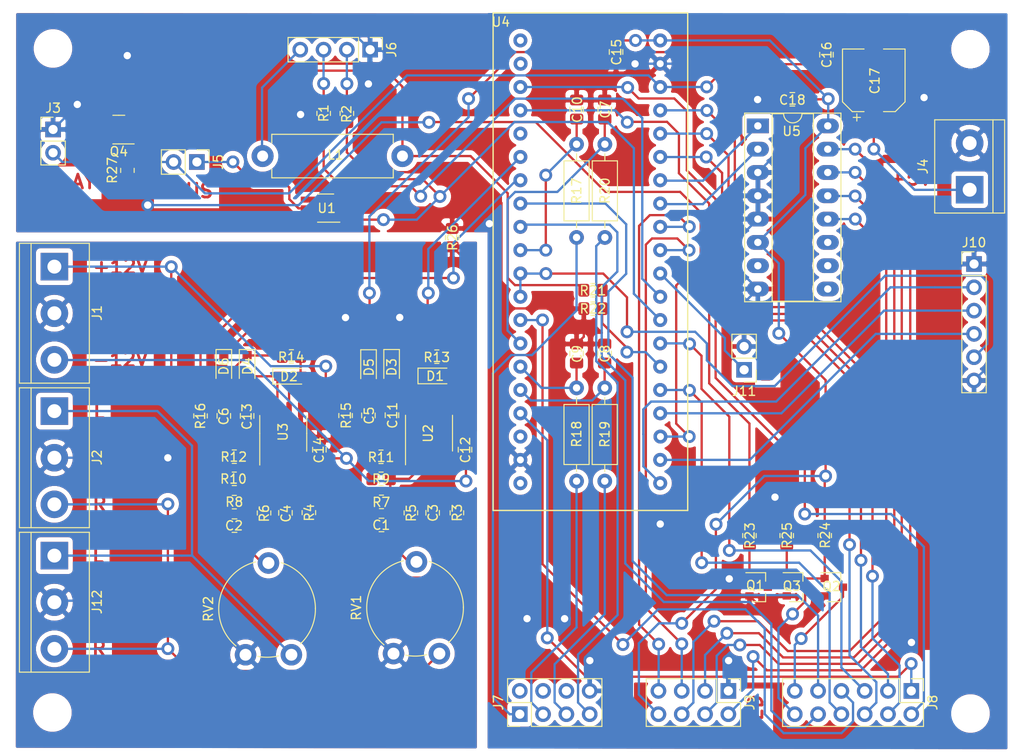
<source format=kicad_pcb>
(kicad_pcb (version 20211014) (generator pcbnew)
  (layers (0 "F.Cu" signal) (31 "B.Cu" signal) (34 "B.Paste" user) (35 "F.Paste" user) (36 "B.SilkS" user "B.Silkscreen") (37 "F.SilkS" user "F.Silkscreen") (38 "B.Mask" user) (39 "F.Mask" user) (44 "Edge.Cuts" user))
  (net 0 "")
  (net 1 "BTN_MUTE")
  (net 2 "GNDD")
  (net 3 "BTN_PLAY")
  (net 4 "BTN_BACK")
  (net 5 "BTN_FWD")
  (net 6 "USB_VBUS")
  (net 7 "+5V")
  (net 8 "LED_PLAY")
  (net 9 "LED_MUTE")
  (net 10 "LED_48")
  (net 11 "LED_44.1")
  (net 12 "LED_88.2")
  (net 13 "LED_96")
  (net 14 "I2S_LRCK")
  (net 15 "I2S_DATA")
  (net 16 "I2S_BCK")
  (net 17 "I2S_SCK")
  (net 18 "USART_TX")
  (net 19 "RELAY")
  (net 20 "Net-(R10-Pad2)")
  (net 21 "USB_D+")
  (net 22 "USB_D-")
  (net 23 "Net-(C5-Pad1)")
  (net 24 "Net-(C6-Pad1)")
  (net 25 "GNDA")
  (net 26 "Net-(D1-Pad2)")
  (net 27 "Net-(D1-Pad1)")
  (net 28 "Net-(D2-Pad2)")
  (net 29 "Net-(D2-Pad1)")
  (net 30 "+3V3")
  (net 31 "-12V")
  (net 32 "+12V")
  (net 33 "Net-(Q1-Pad1)")
  (net 34 "Net-(Q1-Pad3)")
  (net 35 "Net-(Q3-Pad1)")
  (net 36 "UV_ROWSEL")
  (net 37 "Net-(C1-Pad2)")
  (net 38 "Net-(C1-Pad1)")
  (net 39 "Net-(C2-Pad1)")
  (net 40 "Net-(C2-Pad2)")
  (net 41 "Net-(C3-Pad2)")
  (net 42 "Net-(C4-Pad2)")
  (net 43 "Net-(J12-Pad3)")
  (net 44 "Net-(J12-Pad1)")
  (net 45 "Net-(J6-Pad2)")
  (net 46 "Net-(J6-Pad3)")
  (net 47 "Net-(J6-Pad4)")
  (net 48 "Net-(J7-Pad1)")
  (net 49 "Net-(J3-Pad1)")
  (net 50 "Net-(J7-Pad3)")
  (net 52 "Net-(J7-Pad5)")
  (net 54 "Net-(J7-Pad7)")
  (net 55 "VULED1")
  (net 56 "VULED2")
  (net 57 "VULED3")
  (net 58 "VULED4")
  (net 59 "VULED5")
  (net 60 "VULED6")
  (net 61 "VULED7")
  (net 62 "VULED8")
  (net 63 "VULED9")
  (net 64 "VULED10")
  (net 65 "Net-(J8-Pad11)")
  (net 66 "Net-(J8-Pad12)")
  (net 67 "Net-(R7-Pad1)")
  (net 68 "Net-(R11-Pad2)")
  (net 69 "Net-(R10-Pad1)")
  (net 70 "Net-(R21-Pad2)")
  (net 72 "Net-(Q4-Pad1)")
  (net 76 "Net-(U4-Pad33)")
  (net 77 "Net-(U4-Pad34)")
  (footprint "Capacitor_SMD:C_0805_2012Metric_Pad1.18x1.45mm_HandSolder" (layer "F.Cu") (at 102.54488 43.20032 90)
    (fp_text reference "C7")
    (fp_text value "100n")
  )
  (footprint "Capacitor_SMD:C_0805_2012Metric_Pad1.18x1.45mm_HandSolder" (layer "F.Cu") (at 102.53218 69.79412 90)
    (fp_text reference "C8")
    (fp_text value "100n")
  )
  (footprint "Capacitor_SMD:C_0805_2012Metric_Pad1.18x1.45mm_HandSolder" (layer "F.Cu") (at 99.47148 69.79412 90)
    (fp_text reference "C9")
    (fp_text value "100n")
  )
  (footprint "Capacitor_SMD:C_0805_2012Metric_Pad1.18x1.45mm_HandSolder" (layer "F.Cu") (at 99.48418 43.20032 90)
    (fp_text reference "C10")
    (fp_text value "100n")
  )
  (footprint "Connector_PinHeader_2.54mm:PinHeader_2x04_P2.54mm_Vertical" (layer "F.Cu") (at 93.28404 109.1057 90)
    (fp_text reference "J7")
    (fp_text value "Buttons")
  )
  (footprint "Connector_PinHeader_2.54mm:PinHeader_1x02_P2.54mm_Vertical" (layer "F.Cu") (at 58.09234 48.9204 -90)
    (fp_text reference "J5")
    (fp_text value "USB Power")
  )
  (footprint "TerminalBlock:TerminalBlock_bornier-2_P5.08mm" (layer "F.Cu") (at 142.3162 51.943 90)
    (fp_text reference "J4")
    (fp_text value "Power")
  )
  (footprint "Connector_PinHeader_2.54mm:PinHeader_1x06_P2.54mm_Vertical" (layer "F.Cu") (at 142.79372 60.03798)
    (fp_text reference "J10")
    (fp_text value "I2S")
  )
  (footprint "Connector_PinHeader_2.54mm:PinHeader_1x02_P2.54mm_Vertical" (layer "F.Cu") (at 117.73408 71.56958 180)
    (fp_text reference "J11")
    (fp_text value "USART")
  )
  (footprint "Connector_PinHeader_2.54mm:PinHeader_1x02_P2.54mm_Vertical" (layer "F.Cu") (at 42.418 45.37202)
    (fp_text reference "J3")
    (fp_text value "RELAY")
  )
  (footprint "Resistor_SMD:R_0805_2012Metric_Pad1.20x1.40mm_HandSolder" (layer "F.Cu") (at 101.26218 62.89802)
    (fp_text reference "R21")
    (fp_text value "4k7")
  )
  (footprint "Resistor_SMD:R_0805_2012Metric_Pad1.20x1.40mm_HandSolder" (layer "F.Cu") (at 101.26218 64.90462 180)
    (fp_text reference "R22")
    (fp_text value "10k")
  )
  (footprint "Resistor_SMD:R_0805_2012Metric_Pad1.20x1.40mm_HandSolder" (layer "F.Cu") (at 71.90994 43.6245 90)
    (fp_text reference "R1")
    (fp_text value "15")
  )
  (footprint "Resistor_SMD:R_0805_2012Metric_Pad1.20x1.40mm_HandSolder" (layer "F.Cu") (at 74.43724 43.6245 90)
    (fp_text reference "R2")
    (fp_text value "15")
  )
  (footprint "Symbol:BlackPill411" (layer "F.Cu") (at 93.348881 35.668021)
    (fp_text reference "U4")
    (fp_text value "BlackPill411")
  )
  (footprint "Package_TO_SOT_SMD:TSOT-23-6_HandSoldering" (layer "F.Cu") (at 72.1233 53.96992 180)
    (fp_text reference "U1")
    (fp_text value "USBLC6-2P6")
  )
  (footprint "Connector_PinHeader_2.54mm:PinHeader_2x04_P2.54mm_Vertical" (layer "F.Cu") (at 116.01704 106.5657 -90)
    (fp_text reference "J9")
    (fp_text value "Indicator LEDs")
  )
  (footprint "Capacitor_SMD:C_0805_2012Metric_Pad1.18x1.45mm_HandSolder" (layer "F.Cu") (at 78.21168 88.4809 180)
    (fp_text reference "C1")
    (fp_text value "4u7")
  )
  (footprint "Capacitor_SMD:C_0805_2012Metric_Pad1.18x1.45mm_HandSolder" (layer "F.Cu") (at 62.18936 88.55202 180)
    (fp_text reference "C2")
    (fp_text value "4u7")
  )
  (footprint "Diode_SMD:D_SOD-323_HandSoldering" (layer "F.Cu") (at 84.08924 72.2376)
    (fp_text reference "D1")
    (fp_text value "1N4148")
  )
  (footprint "Diode_SMD:D_SOD-323_HandSoldering" (layer "F.Cu") (at 68.26504 72.2757)
    (fp_text reference "D2")
    (fp_text value "1N4148")
  )
  (footprint "Diode_SMD:D_SOD-323_HandSoldering" (layer "F.Cu") (at 79.31404 71.2597 -90)
    (fp_text reference "D3")
    (fp_text value "1N4148")
  )
  (footprint "Diode_SMD:D_SOD-323_HandSoldering" (layer "F.Cu") (at 63.56604 71.2597 -90)
    (fp_text reference "D4")
    (fp_text value "1N4148")
  )
  (footprint "Diode_SMD:D_SOD-323_HandSoldering" (layer "F.Cu") (at 76.79944 71.2851 -90)
    (fp_text reference "D5")
    (fp_text value "1N4148")
  )
  (footprint "Diode_SMD:D_SOD-323_HandSoldering" (layer "F.Cu") (at 61.02604 71.2597 -90)
    (fp_text reference "D6")
    (fp_text value "1N4148")
  )
  (footprint "Connector_PinHeader_2.54mm:PinHeader_1x04_P2.54mm_Vertical" (layer "F.Cu") (at 76.97724 36.6776 -90)
    (fp_text reference "J6")
    (fp_text value "USB")
  )
  (footprint "Connector_PinHeader_2.54mm:PinHeader_2x06_P2.54mm_Vertical" (layer "F.Cu") (at 135.95604 106.5657 -90)
    (fp_text reference "J8")
    (fp_text value "UV Meter LEDs")
  )
  (footprint "TerminalBlock:TerminalBlock_bornier-3_P5.08mm" (layer "F.Cu") (at 42.56024 60.325 -90)
    (fp_text reference "J1")
    (fp_text value "Audio PWR")
  )
  (footprint "TerminalBlock:TerminalBlock_bornier-3_P5.08mm" (layer "F.Cu") (at 42.56024 76.073 -90)
    (fp_text reference "J2")
    (fp_text value "Audio IN")
  )
  (footprint "Package_TO_SOT_SMD:SOT-23" (layer "F.Cu") (at 119.31904 95.2627)
    (fp_text reference "Q1")
    (fp_text value "BC847")
  )
  (footprint "Package_TO_SOT_SMD:SOT-23" (layer "F.Cu") (at 127.51054 95.2627)
    (fp_text reference "Q2")
    (fp_text value "BC847")
  )
  (footprint "Package_TO_SOT_SMD:SOT-23" (layer "F.Cu") (at 123.38304 95.2627)
    (fp_text reference "Q3")
    (fp_text value "BC847")
  )
  (footprint "Resistor_SMD:R_0805_2012Metric_Pad1.20x1.40mm_HandSolder" (layer "F.Cu") (at 118.31574 89.6366 90)
    (fp_text reference "R23")
    (fp_text value "100k")
  )
  (footprint "Resistor_SMD:R_0805_2012Metric_Pad1.20x1.40mm_HandSolder" (layer "F.Cu") (at 126.51994 89.6366 90)
    (fp_text reference "R24")
    (fp_text value "22k")
  )
  (footprint "Resistor_SMD:R_0805_2012Metric_Pad1.20x1.40mm_HandSolder" (layer "F.Cu") (at 74.29754 76.5556 -90)
    (fp_text reference "R15")
    (fp_text value "10k")
  )
  (footprint "Resistor_SMD:R_0805_2012Metric_Pad1.20x1.40mm_HandSolder" (layer "F.Cu") (at 58.48604 76.5937 -90)
    (fp_text reference "R16")
    (fp_text value "10k")
  )
  (footprint "Resistor_SMD:R_0805_2012Metric_Pad1.20x1.40mm_HandSolder" (layer "F.Cu") (at 122.37974 89.6366 90)
    (fp_text reference "R25")
    (fp_text value "22k")
  )
  (footprint "Resistor_SMD:R_0805_2012Metric_Pad1.20x1.40mm_HandSolder" (layer "F.Cu") (at 78.15834 81.0514 180)
    (fp_text reference "R11")
    (fp_text value "10k")
  )
  (footprint "Resistor_SMD:R_0805_2012Metric_Pad1.20x1.40mm_HandSolder" (layer "F.Cu") (at 62.16904 81.0387 180)
    (fp_text reference "R12")
    (fp_text value "10k")
  )
  (footprint "Resistor_SMD:R_0805_2012Metric_Pad1.20x1.40mm_HandSolder" (layer "F.Cu") (at 84.24164 70.1421)
    (fp_text reference "R13")
    (fp_text value "10k")
  )
  (footprint "Resistor_SMD:R_0805_2012Metric_Pad1.20x1.40mm_HandSolder" (layer "F.Cu") (at 68.39204 70.1167)
    (fp_text reference "R14")
    (fp_text value "10k")
  )
  (footprint "Package_DIP:DIP-16_W7.62mm_Socket_LongPads" (layer "F.Cu") (at 119.23014 44.9834)
    (fp_text reference "U5")
    (fp_text value "74HC237")
  )
  (footprint "Package_SO:SO-8_3.9x4.9mm_P1.27mm" (layer "F.Cu") (at 83.39074 78.4733 90)
    (fp_text reference "U2")
    (fp_text value "TL072")
  )
  (footprint "Capacitor_SMD:C_0805_2012Metric_Pad1.18x1.45mm_HandSolder" (layer "F.Cu") (at 83.78698 87.15756 90)
    (fp_text reference "C3")
    (fp_text value "3n3")
  )
  (footprint "Capacitor_SMD:C_0805_2012Metric_Pad1.18x1.45mm_HandSolder" (layer "F.Cu") (at 67.74434 87.16264 90)
    (fp_text reference "C4")
    (fp_text value "3n3")
  )
  (footprint "Capacitor_SMD:C_0805_2012Metric_Pad1.18x1.45mm_HandSolder" (layer "F.Cu") (at 79.35214 76.5175 90)
    (fp_text reference "C11")
    (fp_text value "100n")
  )
  (footprint "Capacitor_SMD:C_0805_2012Metric_Pad1.18x1.45mm_HandSolder" (layer "F.Cu") (at 87.31504 80.2767 -90)
    (fp_text reference "C12")
    (fp_text value "100n")
  )
  (footprint "Capacitor_SMD:C_0805_2012Metric_Pad1.18x1.45mm_HandSolder" (layer "F.Cu") (at 63.56604 76.5937 90)
    (fp_text reference "C13")
    (fp_text value "100n")
  )
  (footprint "Capacitor_SMD:C_0805_2012Metric_Pad1.18x1.45mm_HandSolder" (layer "F.Cu") (at 71.44004 80.2767 -90)
    (fp_text reference "C14")
    (fp_text value "100n")
  )
  (footprint "Capacitor_SMD:C_0805_2012Metric_Pad1.18x1.45mm_HandSolder" (layer "F.Cu") (at 103.77678 36.92652 90)
    (fp_text reference "C15")
    (fp_text value "100n")
  )
  (footprint "Capacitor_SMD:C_0805_2012Metric_Pad1.18x1.45mm_HandSolder" (layer "F.Cu") (at 126.71044 37.2237 -90)
    (fp_text reference "C16")
    (fp_text value "100n")
  )
  (footprint "TerminalBlock:TerminalBlock_bornier-3_P5.08mm" (layer "F.Cu") (at 42.56024 91.821 -90)
    (fp_text reference "J12")
    (fp_text value "Audio BYPASS")
  )
  (footprint "Resistor_SMD:R_0805_2012Metric_Pad1.20x1.40mm_HandSolder" (layer "F.Cu") (at 86.43112 87.15756 90)
    (fp_text reference "R3")
    (fp_text value "10k")
  )
  (footprint "Resistor_SMD:R_0805_2012Metric_Pad1.20x1.40mm_HandSolder" (layer "F.Cu") (at 70.29704 87.1347 90)
    (fp_text reference "R4")
    (fp_text value "10k")
  )
  (footprint "Resistor_SMD:R_0805_2012Metric_Pad1.20x1.40mm_HandSolder" (layer "F.Cu") (at 81.41462 87.15756 -90)
    (fp_text reference "R5")
    (fp_text value "10k")
  )
  (footprint "Resistor_SMD:R_0805_2012Metric_Pad1.20x1.40mm_HandSolder" (layer "F.Cu") (at 65.41008 87.1728 -90)
    (fp_text reference "R6")
    (fp_text value "10k")
  )
  (footprint "Resistor_SMD:R_0805_2012Metric_Pad1.20x1.40mm_HandSolder" (layer "F.Cu") (at 78.20914 85.9663 180)
    (fp_text reference "R7")
    (fp_text value "1k")
  )
  (footprint "Resistor_SMD:R_0805_2012Metric_Pad1.20x1.40mm_HandSolder" (layer "F.Cu") (at 62.16904 85.9917 180)
    (fp_text reference "R8")
    (fp_text value "1k")
  )
  (footprint "Resistor_SMD:R_0805_2012Metric_Pad1.20x1.40mm_HandSolder" (layer "F.Cu") (at 78.17104 83.4517)
    (fp_text reference "R9")
    (fp_text value "47k")
  )
  (footprint "Resistor_SMD:R_0805_2012Metric_Pad1.20x1.40mm_HandSolder" (layer "F.Cu") (at 62.16904 83.4517)
    (fp_text reference "R10")
    (fp_text value "47k")
  )
  (footprint "Resistor_SMD:R_0805_2012Metric_Pad1.20x1.40mm_HandSolder" (layer "F.Cu") (at 85.91804 57.1627 -90)
    (fp_text reference "R26")
    (fp_text value "100")
  )
  (footprint "Package_SO:SO-8_3.9x4.9mm_P1.27mm" (layer "F.Cu") (at 67.50304 78.4987 90)
    (fp_text reference "U3")
    (fp_text value "TL072")
  )
  (footprint "Capacitor_SMD:CP_Elec_6.3x5.4" (layer "F.Cu") (at 131.86664 40.0177 90)
    (fp_text reference "C17")
    (fp_text value "100u")
  )
  (footprint "Potentiometer_THT:Potentiometer_Piher_PT-10-V10_Vertical" (layer "F.Cu") (at 84.52104 102.5017 90)
    (fp_text reference "RV1")
    (fp_text value "10k")
  )
  (footprint "Potentiometer_THT:Potentiometer_Piher_PT-10-V10_Vertical" (layer "F.Cu") (at 68.39204 102.6287 90)
    (fp_text reference "RV2")
    (fp_text value "10k")
  )
  (footprint "Capacitor_SMD:C_0805_2012Metric_Pad1.18x1.45mm_HandSolder" (layer "F.Cu") (at 76.78674 76.5429 -90)
    (fp_text reference "C5")
    (fp_text value "10u")
  )
  (footprint "Capacitor_SMD:C_0805_2012Metric_Pad1.18x1.45mm_HandSolder" (layer "F.Cu") (at 61.02604 76.5937 -90)
    (fp_text reference "C6")
    (fp_text value "10u")
  )
  (footprint "Resistor_THT:R_Axial_DIN0207_L6.3mm_D2.5mm_P10.16mm_Horizontal" (layer "F.Cu") (at 99.47148 46.98492 -90)
    (fp_text reference "R17")
    (fp_text value "1k")
  )
  (footprint "Resistor_THT:R_Axial_DIN0207_L6.3mm_D2.5mm_P10.16mm_Horizontal" (layer "F.Cu") (at 99.47148 73.54062 -90)
    (fp_text reference "R18")
    (fp_text value "1k")
  )
  (footprint "Resistor_THT:R_Axial_DIN0207_L6.3mm_D2.5mm_P10.16mm_Horizontal" (layer "F.Cu") (at 102.54488 73.54062 -90)
    (fp_text reference "R19")
    (fp_text value "1k")
  )
  (footprint "Resistor_THT:R_Axial_DIN0207_L6.3mm_D2.5mm_P10.16mm_Horizontal" (layer "F.Cu") (at 102.55758 46.98492 -90)
    (fp_text reference "R20")
    (fp_text value "1k")
  )
  (footprint "Capacitor_SMD:C_0805_2012Metric_Pad1.18x1.45mm_HandSolder" (layer "F.Cu") (at 122.98934 42.0878 180)
    (fp_text reference "C18")
    (fp_text value "100n")
  )
  (footprint "Inductor_THT:L_Axial_L13.0mm_D4.5mm_P15.24mm_Horizontal_Fastron_HCCC" (layer "F.Cu") (at 65.25514 48.2727)
    (fp_text reference "L1")
    (fp_text value "L_Core_Ferrite")
  )
  (footprint "Package_TO_SOT_SMD:SOT-23" (layer "F.Cu") (at 49.5808 45.3898 180)
    (fp_text reference "Q4")
    (fp_text value "BC847")
  )
  (footprint "Resistor_SMD:R_0805_2012Metric_Pad1.20x1.40mm_HandSolder" (layer "F.Cu") (at 50.5206 49.8348 90)
    (fp_text reference "R27")
    (fp_text value "15k")
  )
  (gr_text "L" (at 47.31004 91.80576) (layer "F.Cu") (effects (font (size 1.5 1.5) (thickness 0.3))))
  (gr_text "GND" (at 48.9458 96.81718) (layer "F.Cu") (effects (font (size 1.5 1.5) (thickness 0.3))))
  (gr_text "R" (at 47.42688 101.97084) (layer "F.Cu") (effects (font (size 1.5 1.5) (thickness 0.3))))
  (gr_text "+5V" (at 135.84936 50.68824) (layer "F.Cu") (effects (font (size 1.5 1.5) (thickness 0.3))))
  (gr_text "USART" (at 120.22074 70.55358 90) (layer "F.Cu") (effects (font (size 1 1) (thickness 0.25))))
  (gr_text "RELAY" (at 43.72102 51.07178) (layer "F.Cu") (effects (font (size 1.5 1.5) (thickness 0.3))))
  (gr_text "GND" (at 135.9027 46.2407) (layer "F.Cu") (effects (font (size 1.5 1.5) (thickness 0.3))))
  (gr_text "USB" (at 81.25968 36.72078) (layer "F.Cu") (effects (font (size 1.5 1.5) (thickness 0.3))))
  (gr_text "-12V" (at 49.73066 70.44944) (layer "F.Cu") (effects (font (size 1.5 1.5) (thickness 0.3))))
  (gr_text "BTNS" (at 103.83012 108.29544 90) (layer "F.Cu") (effects (font (size 1.5 1.5) (thickness 0.3))))
  (gr_text "GND" (at 48.95342 80.86852) (layer "F.Cu") (effects (font (size 1.5 1.5) (thickness 0.3))))
  (gr_text "VU LED" (at 139.02436 106.7943 90) (layer "F.Cu") (effects (font (size 1.5 1.5) (thickness 0.3))))
  (gr_text "LED" (at 118.98884 108.99902 90) (layer "F.Cu") (effects (font (size 1.5 1.5) (thickness 0.3))))
  (gr_text "+12V" (at 49.76622 60.325) (layer "F.Cu") (effects (font (size 1.5 1.5) (thickness 0.3))))
  (gr_text "L" (at 47.42942 76.1111) (layer "F.Cu") (effects (font (size 1.5 1.5) (thickness 0.3))))
  (gr_text "I2S" (at 142.69212 76.00188) (layer "F.Cu") (effects (font (size 1.5 1.5) (thickness 0.3))))
  (gr_text "VBUS" (at 56.9595 52.0573) (layer "F.Cu") (effects (font (size 1.5 1.5) (thickness 0.3))))
  (gr_text "GND" (at 45.91812 45.4406) (layer "F.Cu") (effects (font (size 1 1) (thickness 0.1))))
  (gr_text "GND" (at 49.16424 65.42278) (layer "F.Cu") (effects (font (size 1.5 1.5) (thickness 0.3))))
  (gr_text "R" (at 47.4853 86.23808) (layer "F.Cu") (effects (font (size 1.5 1.5) (thickness 0.3))))
  (segment (start 102.54488 46.97222) (end 102.55758 46.98492) (width 0.25) (layer "F.Cu") (net 1))
  (segment (start 102.54488 44.23782) (end 102.54488 46.97222) (width 0.25) (layer "F.Cu") (net 1))
  (segment (start 102.55758 46.98492) (end 102.55758 47.0027) (width 0.25) (layer "B.Cu") (net 1))
  (segment (start 91.95054 67.28968) (end 93.348881 68.688021) (width 0.25) (layer "B.Cu") (net 1))
  (segment (start 91.95054 53.00726) (end 91.95054 67.28968) (width 0.25) (layer "B.Cu") (net 1))
  (segment (start 97.37598 52.1843) (end 92.7735 52.1843) (width 0.25) (layer "B.Cu") (net 1))
  (segment (start 92.7735 52.1843) (end 91.95054 53.00726) (width 0.25) (layer "B.Cu") (net 1))
  (segment (start 102.55758 47.0027) (end 97.37598 52.1843) (width 0.25) (layer "B.Cu") (net 1))
  (segment (start 85.21804 56.1627) (end 82.945139 53.889799) (width 0.25) (layer "F.Cu") (net 2))
  (segment (start 118.31904 96.2127) (end 115.14578 96.2127) (width 0.25) (layer "F.Cu") (net 2))
  (segment (start 92.65158 64.87922) (end 91.27998 63.50762) (width 0.25) (layer "F.Cu") (net 2))
  (segment (start 126.71044 36.1862) (end 130.83514 36.1862) (width 0.25) (layer "F.Cu") (net 2))
  (segment (start 105.846876 38.22192) (end 107.124496 36.9443) (width 0.25) (layer "F.Cu") (net 2))
  (segment (start 100.26218 64.90462) (end 100.26218 67.96592) (width 0.25) (layer "F.Cu") (net 2))
  (segment (start 105.839256 38.22954) (end 105.846876 38.22192) (width 0.25) (layer "F.Cu") (net 2))
  (segment (start 82.945139 53.889799) (end 73.913421 53.889799) (width 0.25) (layer "F.Cu") (net 2))
  (segment (start 132.72932 37.2177) (end 137.34796 41.83634) (width 0.25) (layer "F.Cu") (net 2))
  (segment (start 126.51054 96.504) (end 123.53544 99.4791) (width 0.25) (layer "F.Cu") (net 2))
  (segment (start 50.5183 37.3357) (end 50.50536 37.32276) (width 0.25) (layer "F.Cu") (net 2))
  (segment (start 123.53544 99.4791) (end 121.58544 99.4791) (width 0.25) (layer "F.Cu") (net 2))
  (segment (start 125.95234 36.9443) (end 126.71044 36.1862) (width 0.25) (layer "F.Cu") (net 2))
  (segment (start 100.23678 64.87922) (end 92.65158 64.87922) (width 0.25) (layer "F.Cu") (net 2))
  (segment (start 91.29268 95.90532) (end 94.07652 98.68916) (width 0.25) (layer "F.Cu") (net 2))
  (segment (start 126.51054 96.2127) (end 126.51054 96.504) (width 0.25) (layer "F.Cu") (net 2))
  (segment (start 100.916742 103.2637) (end 100.91674 103.263702) (width 0.25) (layer "F.Cu") (net 2))
  (segment (start 111.63554 103.2637) (end 100.916742 103.2637) (width 0.25) (layer "F.Cu") (net 2))
  (segment (start 99.47148 68.75662) (end 102.53218 68.75662) (width 0.25) (layer "F.Cu") (net 2))
  (segment (start 87.93226 50.0253) (end 79.69504 50.0253) (width 0.25) (layer "F.Cu") (net 2))
  (segment (start 121.95184 42.0878) (end 119.23014 42.0878) (width 0.25) (layer "F.Cu") (net 2))
  (segment (start 50.5183 44.4398) (end 50.50536 44.42686) (width 0.25) (layer "F.Cu") (net 2))
  (segment (start 120.37564 96.2127) (end 122.63704 96.2127) (width 0.25) (layer "F.Cu") (net 2))
  (segment (start 100.26218 67.96592) (end 99.47148 68.75662) (width 0.25) (layer "F.Cu") (net 2))
  (segment (start 103.77678 37.96402) (end 103.75782 37.96402) (width 0.25) (layer "F.Cu") (net 2))
  (segment (start 112.21974 102.6795) (end 111.63554 103.2637) (width 0.25) (layer "F.Cu") (net 2))
  (segment (start 121.58544 99.4791) (end 119.1699 97.06356) (width 0.25) (layer "F.Cu") (net 2))
  (segment (start 115.14578 96.2127) (end 112.21974 99.13874) (width 0.25) (layer "F.Cu") (net 2))
  (segment (start 137.34796 41.83634) (end 137.34796 41.8973) (width 0.25) (layer "F.Cu") (net 2))
  (segment (start 91.29268 66.23812) (end 91.29268 95.90532) (width 0.25) (layer "F.Cu") (net 2))
  (segment (start 103.75782 37.96402) (end 102.54488 39.17696) (width 0.25) (layer "F.Cu") (net 2))
  (segment (start 91.27998 63.45174) (end 91.29014 63.44158) (width 0.25) (layer "F.Cu") (net 2))
  (segment (start 118.31904 96.2127) (end 120.37564 96.2127) (width 0.25) (layer "F.Cu") (net 2))
  (segment (start 76.78674 47.117) (end 76.78674 40.4114) (width 0.25) (layer "F.Cu") (net 2))
  (segment (start 130.83514 36.1862) (end 131.86664 37.2177) (width 0.25) (layer "F.Cu") (net 2))
  (segment (start 91.27998 63.50762) (end 91.27998 63.45174) (width 0.25) (layer "F.Cu") (net 2))
  (segment (start 119.23014 42.0878) (end 119.20474 42.1132) (width 0.25) (layer "F.Cu") (net 2))
  (segment (start 92.65158 64.87922) (end 91.29268 66.23812) (width 0.25) (layer "F.Cu") (net 2))
  (segment (start 79.69504 50.0253) (end 76.78674 47.117) (width 0.25) (layer "F.Cu") (net 2))
  (segment (start 91.29014 63.44158) (end 91.29014 53.38318) (width 0.25) (layer "F.Cu") (net 2))
  (segment (start 50.5183 44.4398) (end 50.5183 37.3357) (width 0.25) (layer "F.Cu") (net 2))
  (segment (start 112.21974 99.13874) (end 112.21974 102.6795) (width 0.25) (layer "F.Cu") (net 2))
  (segment (start 85.91804 56.1627) (end 85.21804 56.1627) (width 0.25) (layer "F.Cu") (net 2))
  (segment (start 111.63554 103.2637) (end 116.04244 103.2637) (width 0.25) (layer "F.Cu") (net 2))
  (segment (start 102.54488 39.17696) (end 102.54488 42.16282) (width 0.25) (layer "F.Cu") (net 2))
  (segment (start 103.77678 37.96402) (end 104.0423 38.22954) (width 0.25) (layer "F.Cu") (net 2))
  (segment (start 99.48418 42.16282) (end 102.54488 42.16282) (width 0.25) (layer "F.Cu") (net 2))
  (segment (start 131.86664 37.2177) (end 132.72932 37.2177) (width 0.25) (layer "F.Cu") (net 2))
  (segment (start 100.26218 64.90462) (end 100.23678 64.87922) (width 0.25) (layer "F.Cu") (net 2))
  (segment (start 104.0423 38.22954) (end 105.839256 38.22954) (width 0.25) (layer "F.Cu") (net 2))
  (segment (start 119.1699 97.06356) (end 118.31904 96.2127) (width 0.25) (layer "F.Cu") (net 2))
  (segment (start 91.29014 53.38318) (end 87.93226 50.0253) (width 0.25) (layer "F.Cu") (net 2))
  (segment (start 107.124496 36.9443) (end 125.95234 36.9443) (width 0.25) (layer "F.Cu") (net 2))
  (segment (start 73.913421 53.889799) (end 73.8333 53.96992) (width 0.25) (layer "F.Cu") (net 2))
  (via (at 119.20474 42.1132) (size 1.4) (drill 0.8) (layers "F.Cu" "B.Cu") (net 2))
  (via (at 69.3928 43.74388) (size 1.4) (drill 0.8) (layers "F.Cu" "B.Cu") (net 2))
  (via (at 108.59516 88.3793) (size 1.4) (drill 0.8) (layers "F.Cu" "B.Cu") (net 2))
  (via (at 100.91674 103.263702) (size 1.4) (drill 0.8) (layers "F.Cu" "B.Cu") (net 2))
  (via (at 89.96934 55.64632) (size 1.4) (drill 0.8) (layers "F.Cu" "B.Cu") (net 2))
  (via (at 76.78674 40.4114) (size 1.4) (drill 0.8) (layers "F.Cu" "B.Cu") (net 2))
  (via (at 116.1161 94.35084) (size 1.4) (drill 0.8) (layers "F.Cu" "B.Cu") (net 2))
  (via (at 116.04244 103.2637) (size 1.4) (drill 0.8) (layers "F.Cu" "B.Cu") (net 2))
  (via (at 98.16846 98.69424) (size 1.4) (drill 0.8) (layers "F.Cu" "B.Cu") (net 2))
  (via (at 50.50536 37.32276) (size 1.4) (drill 0.8) (layers "F.Cu" "B.Cu") (net 2))
  (via (at 135.97382 101.28504) (size 1.4) (drill 0.8) (layers "F.Cu" "B.Cu") (net 2))
  (via (at 105.846876 38.22192) (size 1.4) (drill 0.8) (layers "F.Cu" "B.Cu") (net 2))
  (via (at 121.09958 85.45068) (size 1.4) (drill 0.8) (layers "F.Cu" "B.Cu") (net 2))
  (via (at 94.07652 98.68916) (size 1.4) (drill 0.8) (layers "F.Cu" "B.Cu") (net 2))
  (via (at 137.34796 41.8973) (size 1.4) (drill 0.8) (layers "F.Cu" "B.Cu") (net 2))
  (segment (start 116.01704 103.2891) (end 116.04244 103.2637) (width 0.25) (layer "B.Cu") (net 2))
  (segment (start 76.97724 36.6776) (end 76.95184 36.6776) (width 0.25) (layer "B.Cu") (net 2))
  (segment (start 142.79372 60.03798) (end 144.09166 60.03798) (width 0.25) (layer "B.Cu") (net 2))
  (segment (start 145.04416 70.49262) (end 142.7988 72.73798) (width 0.25) (layer "B.Cu") (net 2))
  (segment (start 52.77866 35.04946) (end 50.50536 37.32276) (width 0.25) (layer "B.Cu") (net 2))
  (segment (start 117.72392 69.01942) (end 117.73408 69.02958) (width 0.25) (layer "B.Cu") (net 2))
  (segment (start 119.20474 42.1132) (end 121.44502 44.35348) (width 0.25) (layer "B.Cu") (net 2))
  (segment (start 119.23014 50.0634) (end 119.23014 52.6034) (width 0.25) (layer "B.Cu") (net 2))
  (segment (start 121.44502 44.35348) (end 121.44502 47.84852) (width 0.25) (layer "B.Cu") (net 2))
  (segment (start 91.29268 83.444222) (end 91.29268 95.90532) (width 0.25) (layer "B.Cu") (net 2))
  (segment (start 145.04416 49.59096) (end 145.04416 59.08548) (width 0.25) (layer "B.Cu") (net 2))
  (segment (start 76.95184 36.6776) (end 75.3237 35.04946) (width 0.25) (layer "B.Cu") (net 2))
  (segment (start 117.32514 57.0484) (end 117.32514 60.8584) (width 0.25) (layer "B.Cu") (net 2))
  (segment (start 116.01704 106.5657) (end 116.01704 103.2891) (width 0.25) (layer "B.Cu") (net 2))
  (segment (start 76.78674 36.8681) (end 76.97724 36.6776) (width 0.25) (layer "B.Cu") (net 2))
  (segment (start 145.04416 59.08548) (end 145.04416 70.49262) (width 0.25) (layer "B.Cu") (net 2))
  (segment (start 119.23014 52.6034) (end 119.23014 55.1434) (width 0.25) (layer "B.Cu") (net 2))
  (segment (start 119.20474 42.07002) (end 115.342741 38.208021) (width 0.25) (layer "B.Cu") (net 2))
  (segment (start 100.90404 103.276402) (end 100.91674 103.263702) (width 0.25) (layer "B.Cu") (net 2))
  (segment (start 76.78674 40.4114) (end 76.78674 36.8681) (width 0.25) (layer "B.Cu") (net 2))
  (segment (start 117.80266 68.961) (end 117.73408 69.02958) (width 0.25) (layer "B.Cu") (net 2))
  (segment (start 119.20474 42.1132) (end 119.20474 42.07002) (width 0.25) (layer "B.Cu") (net 2))
  (segment (start 119.23014 55.1434) (end 118.78564 55.1434) (width 0.25) (layer "B.Cu") (net 2))
  (segment (start 119.23014 55.1434) (end 117.32514 57.0484) (width 0.25) (layer "B.Cu") (net 2))
  (segment (start 119.23014 62.7634) (end 117.72392 64.26962) (width 0.25) (layer "B.Cu") (net 2))
  (segment (start 144.09166 60.03798) (end 145.04416 59.08548) (width 0.25) (layer "B.Cu") (net 2))
  (segment (start 108.588881 38.208021) (end 105.860775 38.208021) (width 0.25) (layer "B.Cu") (net 2))
  (segment (start 121.44502 47.84852) (end 119.23014 50.0634) (width 0.25) (layer "B.Cu") (net 2))
  (segment (start 91.29268 95.90532) (end 94.07652 98.68916) (width 0.25) (layer "B.Cu") (net 2))
  (segment (start 93.348881 81.388021) (end 93.348881 81.559469) (width 0.25) (layer "B.Cu") (net 2))
  (segment (start 117.32514 60.8584) (end 119.23014 62.7634) (width 0.25) (layer "B.Cu") (net 2))
  (segment (start 93.348881 81.388021) (end 91.29268 83.444222) (width 0.25) (layer "B.Cu") (net 2))
  (segment (start 119.23014 55.1434) (end 119.72544 55.1434) (width 0.25) (layer "B.Cu") (net 2))
  (segment (start 117.72392 64.26962) (end 117.72392 69.01942) (width 0.25) (layer "B.Cu") (net 2))
  (segment (start 115.342741 38.208021) (end 108.588881 38.208021) (width 0.25) (layer "B.Cu") (net 2))
  (segment (start 75.3237 35.04946) (end 52.77866 35.04946) (width 0.25) (layer "B.Cu") (net 2))
  (segment (start 137.3505 41.8973) (end 137.34796 41.8973) (width 0.25) (layer "B.Cu") (net 2))
  (segment (start 142.3162 46.863) (end 137.3505 41.8973) (width 0.25) (layer "B.Cu") (net 2))
  (segment (start 100.90404 106.5657) (end 100.90404 103.276402) (width 0.25) (layer "B.Cu") (net 2))
  (segment (start 142.3162 46.863) (end 145.04416 49.59096) (width 0.25) (layer "B.Cu") (net 2))
  (segment (start 142.7988 72.73798) (end 142.79372 72.73798) (width 0.25) (layer "B.Cu") (net 2))
  (segment (start 105.860775 38.208021) (end 105.846876 38.22192) (width 0.25) (layer "B.Cu") (net 2))
  (segment (start 102.53218 73.52792) (end 102.54488 73.54062) (width 0.25) (layer "F.Cu") (net 3))
  (segment (start 102.53218 70.83162) (end 102.53218 73.52792) (width 0.25) (layer "F.Cu") (net 3))
  (segment (start 102.54488 73.54062) (end 101.17328 74.91222) (width 0.25) (layer "B.Cu") (net 3))
  (segment (start 101.17328 74.91222) (end 94.49308 74.91222) (width 0.25) (layer "B.Cu") (net 3))
  (segment (start 94.49308 74.91222) (end 93.348881 73.768021) (width 0.25) (layer "B.Cu") (net 3))
  (segment (start 99.47148 70.83162) (end 99.47148 73.54062) (width 0.25) (layer "F.Cu") (net 4))
  (segment (start 99.47148 73.54062) (end 95.66148 73.54062) (width 0.25) (layer "B.Cu") (net 4))
  (segment (start 95.66148 73.54062) (end 93.348881 71.228021) (width 0.25) (layer "B.Cu") (net 4))
  (segment (start 99.48418 46.97222) (end 99.47148 46.98492) (width 0.25) (layer "F.Cu") (net 5))
  (segment (start 96.119879 58.528021) (end 96.119879 50.356699) (width 0.25) (layer "F.Cu") (net 5))
  (segment (start 96.119879 50.356699) (end 96.1136 50.35042) (width 0.25) (layer "F.Cu") (net 5))
  (segment (start 99.48418 44.23782) (end 99.48418 46.97222) (width 0.25) (layer "F.Cu") (net 5))
  (via (at 96.1136 50.35042) (size 1.4) (drill 0.8) (layers "F.Cu" "B.Cu") (net 5))
  (via (at 96.119879 58.528021) (size 1.4) (drill 0.8) (layers "F.Cu" "B.Cu") (net 5))
  (segment (start 93.348881 58.528021) (end 96.119879 58.528021) (width 0.25) (layer "B.Cu") (net 5))
  (segment (start 96.1136 50.3428) (end 96.1136 50.35042) (width 0.25) (layer "B.Cu") (net 5))
  (segment (start 99.47148 46.98492) (end 96.1136 50.3428) (width 0.25) (layer "B.Cu") (net 5))
  (segment (start 93.044081 58.528021) (end 93.348881 58.528021) (width 0.25) (layer "B.Cu") (net 5))
  (segment (start 91.97086 52.32908) (end 91.97086 61.5569) (width 0.25) (layer "F.Cu") (net 6))
  (segment (start 70.4133 53.96992) (end 69.1633 53.96992) (width 0.25) (layer "F.Cu") (net 6))
  (segment (start 80.49514 40.7162) (end 78.74254 38.9636) (width 0.25) (layer "F.Cu") (net 6))
  (segment (start 62.01664 48.9077) (end 64.34074 51.2318) (width 0.25) (layer "F.Cu") (net 6))
  (segment (start 70.39864 38.9636) (end 67.69354 41.6687) (width 0.25) (layer "F.Cu") (net 6))
  (segment (start 64.34074 51.2318) (end 67.69354 51.2318) (width 0.25) (layer "F.Cu") (net 6))
  (segment (start 69.1633 53.96992) (end 68.16852 52.97514) (width 0.25) (layer "F.Cu") (net 6))
  (segment (start 68.16852 52.97514) (end 68.16852 51.70678) (width 0.25) (layer "F.Cu") (net 6))
  (segment (start 87.91448 48.2727) (end 91.97086 52.32908) (width 0.25) (layer "F.Cu") (net 6))
  (segment (start 80.49514 48.2727) (end 80.49514 40.7162) (width 0.25) (layer "F.Cu") (net 6))
  (segment (start 80.49514 48.2727) (end 87.91448 48.2727) (width 0.25) (layer "F.Cu") (net 6))
  (segment (start 99.70338 62.33922) (end 100.26218 62.89802) (width 0.25) (layer "F.Cu") (net 6))
  (segment (start 78.74254 38.9636) (end 70.39864 38.9636) (width 0.25) (layer "F.Cu") (net 6))
  (segment (start 67.69354 51.2318) (end 68.16852 51.70678) (width 0.25) (layer "F.Cu") (net 6))
  (segment (start 67.69354 41.6687) (end 67.69354 51.2318) (width 0.25) (layer "F.Cu") (net 6))
  (segment (start 91.97086 61.5569) (end 92.75318 62.33922) (width 0.25) (layer "F.Cu") (net 6))
  (segment (start 92.75318 62.33922) (end 99.70338 62.33922) (width 0.25) (layer "F.Cu") (net 6))
  (via (at 62.01664 48.9077) (size 1.4) (drill 0.8) (layers "F.Cu" "B.Cu") (net 6))
  (segment (start 62.00394 48.9204) (end 62.01664 48.9077) (width 0.25) (layer "B.Cu") (net 6))
  (segment (start 58.09234 48.9204) (end 62.00394 48.9204) (width 0.25) (layer "B.Cu") (net 6))
  (segment (start 126.71044 38.2612) (end 116.12762 38.2612) (width 0.25) (layer "F.Cu") (net 7))
  (segment (start 131.86664 42.8177) (end 131.86664 47.50308) (width 0.25) (layer "F.Cu") (net 7))
  (segment (start 116.12762 38.2612) (end 113.65484 40.73398) (width 0.25) (layer "F.Cu") (net 7))
  (segment (start 131.86664 47.50308) (end 131.87426 47.5107) (width 0.25) (layer "F.Cu") (net 7))
  (segment (start 127.31014 38.2612) (end 131.86664 42.8177) (width 0.25) (layer "F.Cu") (net 7))
  (segment (start 126.71044 38.2612) (end 127.31014 38.2612) (width 0.25) (layer "F.Cu") (net 7))
  (via (at 113.65484 40.73398) (size 1.4) (drill 0.8) (layers "F.Cu" "B.Cu") (net 7))
  (via (at 131.87426 47.5107) (size 1.4) (drill 0.8) (layers "F.Cu" "B.Cu") (net 7))
  (segment (start 42.4307 47.91202) (end 42.418 47.91202) (width 0.25) (layer "B.Cu") (net 7))
  (segment (start 138.31824 51.9557) (end 136.31926 51.9557) (width 0.25) (layer "B.Cu") (net 7))
  (segment (start 142.3035 51.9557) (end 142.3162 51.943) (width 0.25) (layer "B.Cu") (net 7))
  (segment (start 43.42638 48.9204) (end 42.418 47.91202) (width 0.25) (layer "B.Cu") (net 7))
  (segment (start 58.96864 52.3367) (end 55.55234 48.9204) (width 0.25) (layer "B.Cu") (net 7))
  (segment (start 55.55234 48.9204) (end 43.42638 48.9204) (width 0.25) (layer "B.Cu") (net 7))
  (segment (start 138.31824 51.9557) (end 142.3035 51.9557) (width 0.25) (layer "B.Cu") (net 7))
  (segment (start 113.640799 40.748021) (end 113.65484 40.73398) (width 0.25) (layer "B.Cu") (net 7))
  (segment (start 107.32262 39.48176) (end 80.99298 39.48176) (width 0.25) (layer "B.Cu") (net 7))
  (segment (start 138.49604 51.9557) (end 138.31824 51.9557) (width 0.25) (layer "B.Cu") (net 7))
  (segment (start 80.99298 39.48176) (end 68.13804 52.3367) (width 0.25) (layer "B.Cu") (net 7))
  (segment (start 68.13804 52.3367) (end 58.96864 52.3367) (width 0.25) (layer "B.Cu") (net 7))
  (segment (start 108.588881 40.748021) (end 107.32262 39.48176) (width 0.25) (layer "B.Cu") (net 7))
  (segment (start 108.588881 40.748021) (end 113.640799 40.748021) (width 0.25) (layer "B.Cu") (net 7))
  (segment (start 136.31926 51.9557) (end 131.87426 47.5107) (width 0.25) (layer "B.Cu") (net 7))
  (segment (start 106.2863 55.88254) (end 107.45724 54.7116) (width 0.25) (layer "F.Cu") (net 8))
  (segment (start 108.42244 101.473) (end 106.2863 99.33686) (width 0.25) (layer "F.Cu") (net 8))
  (segment (start 107.45724 54.7116) (end 110.5027 54.7116) (width 0.25) (layer "F.Cu") (net 8))
  (segment (start 106.2863 99.33686) (end 106.2863 55.88254) (width 0.25) (layer "F.Cu") (net 8))
  (segment (start 110.5027 54.7116) (end 111.75746 55.96636) (width 0.25) (layer "F.Cu") (net 8))
  (via (at 111.75746 55.96636) (size 1.4) (drill 0.8) (layers "F.Cu" "B.Cu") (net 8))
  (via (at 108.42244 101.473) (size 1.4) (drill 0.8) (layers "F.Cu" "B.Cu") (net 8))
  (segment (start 108.42244 106.5403) (end 108.39704 106.5657) (width 0.25) (layer "B.Cu") (net 8))
  (segment (start 108.39704 101.4984) (end 108.42244 101.473) (width 0.25) (layer "B.Cu") (net 8))
  (segment (start 108.42244 101.473) (end 108.42244 106.5403) (width 0.25) (layer "B.Cu") (net 8))
  (segment (start 111.735799 55.988021) (end 111.75746 55.96636) (width 0.25) (layer "B.Cu") (net 8))
  (segment (start 108.588881 55.988021) (end 111.735799 55.988021) (width 0.25) (layer "B.Cu") (net 8))
  (segment (start 107.0229 57.93232) (end 107.69854 57.25668) (width 0.25) (layer "F.Cu") (net 9))
  (segment (start 110.45444 57.25668) (end 111.73206 58.5343) (width 0.25) (layer "F.Cu") (net 9))
  (segment (start 107.0229 97.520762) (end 107.0229 57.93232) (width 0.25) (layer "F.Cu") (net 9))
  (segment (start 110.93704 101.434902) (end 107.0229 97.520762) (width 0.25) (layer "F.Cu") (net 9))
  (segment (start 107.69854 57.25668) (end 110.45444 57.25668) (width 0.25) (layer "F.Cu") (net 9))
  (via (at 110.93704 101.434902) (size 1.4) (drill 0.8) (layers "F.Cu" "B.Cu") (net 9))
  (via (at 111.73206 58.5343) (size 1.4) (drill 0.8) (layers "F.Cu" "B.Cu") (net 9))
  (segment (start 111.725781 58.528021) (end 111.73206 58.5343) (width 0.25) (layer "B.Cu") (net 9))
  (segment (start 110.93704 106.5657) (end 110.93704 101.434902) (width 0.25) (layer "B.Cu") (net 9))
  (segment (start 108.588881 58.528021) (end 111.725781 58.528021) (width 0.25) (layer "B.Cu") (net 9))
  (segment (start 122.49404 102.21976) (end 129.23266 102.21976) (width 0.25) (layer "F.Cu") (net 10))
  (segment (start 133.22554 58.5216) (end 129.84734 55.1434) (width 0.25) (layer "F.Cu") (net 10))
  (segment (start 133.22554 98.22688) (end 133.22554 58.5216) (width 0.25) (layer "F.Cu") (net 10))
  (segment (start 114.45494 98.9711) (end 119.24538 98.9711) (width 0.25) (layer "F.Cu") (net 10))
  (segment (start 129.23266 102.21976) (end 133.22554 98.22688) (width 0.25) (layer "F.Cu") (net 10))
  (segment (start 119.24538 98.9711) (end 122.49404 102.21976) (width 0.25) (layer "F.Cu") (net 10))
  (via (at 114.45494 98.9711) (size 1.4) (drill 0.8) (layers "F.Cu" "B.Cu") (net 10))
  (via (at 129.84734 55.1434) (size 1.4) (drill 0.8) (layers "F.Cu" "B.Cu") (net 10))
  (segment (start 110.93704 109.1057) (end 112.20704 107.8357) (width 0.25) (layer "B.Cu") (net 10))
  (segment (start 112.20704 107.8357) (end 112.20704 101.219) (width 0.25) (layer "B.Cu") (net 10))
  (segment (start 112.20704 101.219) (end 114.45494 98.9711) (width 0.25) (layer "B.Cu") (net 10))
  (segment (start 129.84734 55.1434) (end 126.85014 55.1434) (width 0.25) (layer "B.Cu") (net 10))
  (segment (start 134.10184 98.50882) (end 134.10184 56.895998) (width 0.25) (layer "F.Cu") (net 11))
  (segment (start 119.3419 100.2792) (end 121.97842 102.91572) (width 0.25) (layer "F.Cu") (net 11))
  (segment (start 115.85194 100.2792) (end 119.3419 100.2792) (width 0.25) (layer "F.Cu") (net 11))
  (segment (start 134.10184 56.895998) (end 129.834642 52.6288) (width 0.25) (layer "F.Cu") (net 11))
  (segment (start 121.97842 102.91572) (end 129.69494 102.91572) (width 0.25) (layer "F.Cu") (net 11))
  (segment (start 129.69494 102.91572) (end 134.10184 98.50882) (width 0.25) (layer "F.Cu") (net 11))
  (via (at 115.85194 100.2792) (size 1.4) (drill 0.8) (layers "F.Cu" "B.Cu") (net 11))
  (via (at 129.834642 52.6288) (size 1.4) (drill 0.8) (layers "F.Cu" "B.Cu") (net 11))
  (segment (start 113.47704 102.6541) (end 113.47704 106.5657) (width 0.25) (layer "B.Cu") (net 11))
  (segment (start 126.87554 52.6288) (end 126.85014 52.6034) (width 0.25) (layer "B.Cu") (net 11))
  (segment (start 129.834642 52.6288) (end 126.87554 52.6288) (width 0.25) (layer "B.Cu") (net 11))
  (segment (start 113.47704 102.6541) (end 115.85194 100.2792) (width 0.25) (layer "B.Cu") (net 11))
  (segment (start 121.49328 103.6193) (end 130.10134 103.6193) (width 0.25) (layer "F.Cu") (net 12))
  (segment (start 134.91464 55.130696) (end 132.510642 52.726698) (width 0.25) (layer "F.Cu") (net 12))
  (segment (start 134.91464 98.806) (end 134.91464 55.130696) (width 0.25) (layer "F.Cu") (net 12))
  (segment (start 119.43588 101.5619) (end 121.49328 103.6193) (width 0.25) (layer "F.Cu") (net 12))
  (segment (start 130.10134 103.6193) (end 134.91464 98.806) (width 0.25) (layer "F.Cu") (net 12))
  (segment (start 117.27434 101.5619) (end 119.43588 101.5619) (width 0.25) (layer "F.Cu") (net 12))
  (segment (start 132.510642 52.726698) (end 129.834644 50.0507) (width 0.25) (layer "F.Cu") (net 12))
  (via (at 129.834644 50.0507) (size 1.4) (drill 0.8) (layers "F.Cu" "B.Cu") (net 12))
  (via (at 117.27434 101.5619) (size 1.4) (drill 0.8) (layers "F.Cu" "B.Cu") (net 12))
  (segment (start 113.47704 109.1057) (end 114.745541 107.837199) (width 0.25) (layer "B.Cu") (net 12))
  (segment (start 129.834644 50.0507) (end 126.86284 50.0507) (width 0.25) (layer "B.Cu") (net 12))
  (segment (start 115.92814 101.5619) (end 117.27434 101.5619) (width 0.25) (layer "B.Cu") (net 12))
  (segment (start 114.745541 102.744499) (end 115.92814 101.5619) (width 0.25) (layer "B.Cu") (net 12))
  (segment (start 126.86284 50.0507) (end 126.85014 50.0634) (width 0.25) (layer "B.Cu") (net 12))
  (segment (start 114.745541 107.837199) (end 114.745541 102.744499) (width 0.25) (layer "B.Cu") (net 12))
  (segment (start 120.21058 104.3178) (end 118.71706 102.82428) (width 0.25) (layer "F.Cu") (net 13))
  (segment (start 129.83464 47.5234) (end 135.84174 53.5305) (width 0.25) (layer "F.Cu") (net 13))
  (segment (start 130.48234 104.3178) (end 120.21058 104.3178) (width 0.25) (layer "F.Cu") (net 13))
  (segment (start 135.84174 98.9584) (end 130.48234 104.3178) (width 0.25) (layer "F.Cu") (net 13))
  (segment (start 135.84174 53.5305) (end 135.84174 98.9584) (width 0.25) (layer "F.Cu") (net 13))
  (via (at 118.71706 102.82428) (size 1.4) (drill 0.8) (layers "F.Cu" "B.Cu") (net 13))
  (via (at 129.83464 47.5234) (size 1.4) (drill 0.8) (layers "F.Cu" "B.Cu") (net 13))
  (segment (start 116.01704 109.1057) (end 118.71706 106.40568) (width 0.25) (layer "B.Cu") (net 13))
  (segment (start 129.83464 47.5234) (end 126.85014 47.5234) (width 0.25) (layer "B.Cu") (net 13))
  (segment (start 118.71706 106.40568) (end 118.71706 102.82428) (width 0.25) (layer "B.Cu") (net 13))
  (segment (start 133.68401 62.57798) (end 138.5316 62.57798) (width 0.25) (layer "B.Cu") (net 14))
  (segment (start 106.7562 78.60538) (end 106.74604 78.59522) (width 0.25) (layer "B.Cu") (net 14))
  (segment (start 108.588881 83.928021) (end 106.7562 82.09534) (width 0.25) (layer "B.Cu") (net 14))
  (segment (start 138.5316 62.57798) (end 142.79372 62.57798) (width 0.25) (layer "B.Cu") (net 14))
  (segment (start 106.7562 82.09534) (end 106.7562 78.60538) (width 0.25) (layer "B.Cu") (net 14))
  (segment (start 106.74604 78.59522) (end 106.74604 75.88758) (width 0.25) (layer "B.Cu") (net 14))
  (segment (start 121.23039 75.0316) (end 133.68401 62.57798) (width 0.25) (layer "B.Cu") (net 14))
  (segment (start 107.60202 75.0316) (end 121.23039 75.0316) (width 0.25) (layer "B.Cu") (net 14))
  (segment (start 106.74604 75.88758) (end 107.60202 75.0316) (width 0.25) (layer "B.Cu") (net 14))
  (segment (start 121.799279 76.308021) (end 108.588881 76.308021) (width 0.25) (layer "B.Cu") (net 15))
  (segment (start 138.5316 65.11798) (end 132.98932 65.11798) (width 0.25) (layer "B.Cu") (net 15))
  (segment (start 138.5316 65.11798) (end 142.79372 65.11798) (width 0.25) (layer "B.Cu") (net 15))
  (segment (start 132.98932 65.11798) (end 121.799279 76.308021) (width 0.25) (layer "B.Cu") (net 15))
  (segment (start 138.5316 67.65798) (end 142.79372 67.65798) (width 0.25) (layer "B.Cu") (net 16))
  (segment (start 108.588881 81.388021) (end 118.349959 81.388021) (width 0.25) (layer "B.Cu") (net 16))
  (segment (start 132.08 67.65798) (end 138.5316 67.65798) (width 0.25) (layer "B.Cu") (net 16))
  (segment (start 118.349959 81.388021) (end 132.08 67.65798) (width 0.25) (layer "B.Cu") (net 16))
  (segment (start 104.97058 63.67272) (end 104.97058 67.42684) (width 0.25) (layer "F.Cu") (net 17))
  (segment (start 96.13138 61.08192) (end 102.37978 61.08192) (width 0.25) (layer "F.Cu") (net 17))
  (segment (start 102.37978 61.08192) (end 104.97058 63.67272) (width 0.25) (layer "F.Cu") (net 17))
  (via (at 96.13138 61.08192) (size 1.4) (drill 0.8) (layers "F.Cu" "B.Cu") (net 17))
  (via (at 104.97058 67.42684) (size 1.4) (drill 0.8) (layers "F.Cu" "B.Cu") (net 17))
  (segment (start 144.2466 68.7451) (end 142.79372 70.19798) (width 0.25) (layer "B.Cu") (net 17))
  (segment (start 104.97058 67.42684) (end 112.40008 67.42684) (width 0.25) (layer "B.Cu") (net 17))
  (segment (start 113.67516 68.70192) (end 113.67516 70.54088) (width 0.25) (layer "B.Cu") (net 17))
  (segment (start 121.07672 73.33996) (end 133.09854 61.31814) (width 0.25) (layer "B.Cu") (net 17))
  (segment (start 143.58112 61.31814) (end 144.2466 61.98362) (width 0.25) (layer "B.Cu") (net 17))
  (segment (start 104.97058 67.42684) (end 104.97566 67.43192) (width 0.25) (layer "B.Cu") (net 17))
  (segment (start 116.47424 73.33996) (end 121.07672 73.33996) (width 0.25) (layer "B.Cu") (net 17))
  (segment (start 144.2466 61.98362) (end 144.2466 68.7451) (width 0.25) (layer "B.Cu") (net 17))
  (segment (start 93.348881 61.068021) (end 93.348881 63.608021) (width 0.25) (layer "B.Cu") (net 17))
  (segment (start 93.36278 61.08192) (end 93.348881 61.068021) (width 0.25) (layer "B.Cu") (net 17))
  (segment (start 113.67516 70.54088) (end 116.47424 73.33996) (width 0.25) (layer "B.Cu") (net 17))
  (segment (start 133.09854 61.31814) (end 143.58112 61.31814) (width 0.25) (layer "B.Cu") (net 17))
  (segment (start 112.40008 67.42684) (end 113.67516 68.70192) (width 0.25) (layer "B.Cu") (net 17))
  (segment (start 96.13138 61.08192) (end 93.36278 61.08192) (width 0.25) (layer "B.Cu") (net 17))
  (segment (start 115.64112 68.12026) (end 108.588881 61.068021) (width 0.25) (layer "B.Cu") (net 18))
  (segment (start 108.727382 60.92952) (end 108.588881 61.068021) (width 0.25) (layer "B.Cu") (net 18))
  (segment (start 117.73408 71.56958) (end 115.64112 69.47662) (width 0.25) (layer "B.Cu") (net 18))
  (segment (start 117.73408 71.56958) (end 117.72646 71.5772) (width 0.25) (layer "B.Cu") (net 18))
  (segment (start 115.64112 69.47662) (end 115.64112 68.12026) (width 0.25) (layer "B.Cu") (net 18))
  (segment (start 95.01886 44.56684) (end 83.40598 44.56684) (width 0.25) (layer "F.Cu") (net 19))
  (segment (start 50.5206 51.4096) (end 52.7304 53.6194) (width 0.25) (layer "F.Cu") (net 19))
  (segment (start 113.0046 54.42458) (end 110.75924 52.17922) (width 0.25) (layer "F.Cu") (net 19))
  (segment (start 111.748641 78.848021) (end 110.33252 77.4319) (width 0.25) (layer "F.Cu") (net 19))
  (segment (start 113.0046 59.70016) (end 113.0046 54.42458) (width 0.25) (layer "F.Cu") (net 19))
  (segment (start 110.33252 62.37224) (end 113.0046 59.70016) (width 0.25) (layer "F.Cu") (net 19))
  (segment (start 83.40598 44.56684) (end 83.38058 44.59224) (width 0.25) (layer "F.Cu") (net 19))
  (segment (start 110.75924 52.17922) (end 102.63124 52.17922) (width 0.25) (layer "F.Cu") (net 19))
  (segment (start 102.63124 52.17922) (end 95.01886 44.56684) (width 0.25) (layer "F.Cu") (net 19))
  (segment (start 50.5206 50.8348) (end 50.5206 51.4096) (width 0.25) (layer "F.Cu") (net 19))
  (segment (start 110.33252 77.4319) (end 110.33252 62.37224) (width 0.25) (layer "F.Cu") (net 19))
  (via (at 52.7304 53.6194) (size 1.4) (drill 0.8) (layers "F.Cu" "B.Cu") (net 19))
  (via (at 83.38058 44.59224) (size 1.4) (drill 0.8) (layers "F.Cu" "B.Cu") (net 19))
  (via (at 111.748641 78.848021) (size 1.4) (drill 0.8) (layers "F.Cu" "B.Cu") (net 19))
  (segment (start 108.614281 78.848021) (end 111.748641 78.848021) (width 0.25) (layer "B.Cu") (net 19))
  (segment (start 52.7304 53.6194) (end 69.1769 53.6194) (width 0.25) (layer "B.Cu") (net 19))
  (segment (start 108.80598 79.03972) (end 108.614281 78.848021) (width 0.25) (layer "B.Cu") (net 19))
  (segment (start 69.1769 53.6194) (end 69.18198 53.62448) (width 0.25) (layer "B.Cu") (net 19))
  (segment (start 78.21422 44.59224) (end 69.18198 53.62448) (width 0.25) (layer "B.Cu") (net 19))
  (segment (start 83.38058 44.59224) (end 78.21422 44.59224) (width 0.25) (layer "B.Cu") (net 19))
  (segment (start 63.16904 83.4517) (end 65.36504 83.4517) (width 0.25) (layer "F.Cu") (net 20))
  (segment (start 65.36504 83.4517) (end 66.86804 81.9487) (width 0.25) (layer "F.Cu") (net 20))
  (segment (start 66.86804 81.9487) (end 66.86804 81.0737) (width 0.25) (layer "F.Cu") (net 20))
  (segment (start 63.16904 83.4517) (end 63.16904 85.9917) (width 0.25) (layer "F.Cu") (net 20))
  (segment (start 71.90994 44.6245) (end 71.90994 49.5427) (width 0.25) (layer "F.Cu") (net 21))
  (segment (start 73.83584 51.5645) (end 73.83584 53.01738) (width 0.25) (layer "F.Cu") (net 21))
  (segment (start 81.39934 51.5645) (end 82.48904 52.6542) (width 0.25) (layer "F.Cu") (net 21))
  (segment (start 71.91248 49.54524) (end 71.91248 49.64114) (width 0.25) (layer "F.Cu") (net 21))
  (segment (start 73.83584 51.5645) (end 81.39934 51.5645) (width 0.25) (layer "F.Cu") (net 21))
  (segment (start 71.91248 49.64114) (end 73.83584 51.5645) (width 0.25) (layer "F.Cu") (net 21))
  (segment (start 70.4133 53.01992) (end 73.8333 53.01992) (width 0.25) (layer "F.Cu") (net 21))
  (segment (start 71.90994 49.5427) (end 71.91248 49.54524) (width 0.25) (layer "F.Cu") (net 21))
  (segment (start 73.83584 53.01738) (end 73.8333 53.01992) (width 0.25) (layer "F.Cu") (net 21))
  (via (at 82.48904 52.6542) (size 1.4) (drill 0.8) (layers "F.Cu" "B.Cu") (net 21))
  (segment (start 106.63428 44.12996) (end 104.519842 42.015522) (width 0.25) (layer "B.Cu") (net 21))
  (segment (start 82.48904 52.30114) (end 82.48904 52.6542) (width 0.25) (layer "B.Cu") (net 21))
  (segment (start 104.519842 42.015522) (end 92.774658 42.015522) (width 0.25) (layer "B.Cu") (net 21))
  (segment (start 108.588881 63.608021) (end 106.63428 61.65342) (width 0.25) (layer "B.Cu") (net 21))
  (segment (start 92.774658 42.015522) (end 82.48904 52.30114) (width 0.25) (layer "B.Cu") (net 21))
  (segment (start 106.63428 61.65342) (end 106.63428 44.12996) (width 0.25) (layer "B.Cu") (net 21))
  (segment (start 74.43724 47.8663) (end 77.36586 50.79492) (width 0.25) (layer "F.Cu") (net 22))
  (segment (start 82.69732 50.79492) (end 84.582 52.6796) (width 0.25) (layer "F.Cu") (net 22))
  (segment (start 74.43724 44.6245) (end 74.40854 44.6245) (width 0.25) (layer "F.Cu") (net 22))
  (segment (start 77.36586 50.79492) (end 82.69732 50.79492) (width 0.25) (layer "F.Cu") (net 22))
  (segment (start 73.8333 54.91992) (end 70.4133 54.91992) (width 0.25) (layer "F.Cu") (net 22))
  (segment (start 78.42758 55.206898) (end 74.120278 55.206898) (width 0.25) (layer "F.Cu") (net 22))
  (segment (start 74.120278 55.206898) (end 73.8333 54.91992) (width 0.25) (layer "F.Cu") (net 22))
  (segment (start 74.43724 44.6245) (end 74.43724 47.8663) (width 0.25) (layer "F.Cu") (net 22))
  (via (at 78.42758 55.206898) (size 1.4) (drill 0.8) (layers "F.Cu" "B.Cu") (net 22))
  (via (at 84.582 52.6796) (size 1.4) (drill 0.8) (layers "F.Cu" "B.Cu") (net 22))
  (segment (start 105.71988 63.27902) (end 105.71988 47.4218) (width 0.25) (layer "B.Cu") (net 22))
  (segment (start 105.71988 47.4218) (end 102.857298 44.559218) (width 0.25) (layer "B.Cu") (net 22))
  (segment (start 92.702382 44.559218) (end 84.582 52.6796) (width 0.25) (layer "B.Cu") (net 22))
  (segment (start 102.857298 44.559218) (end 92.702382 44.559218) (width 0.25) (layer "B.Cu") (net 22))
  (segment (start 82.054702 55.206898) (end 84.582 52.6796) (width 0.25) (layer "B.Cu") (net 22))
  (segment (start 108.588881 66.148021) (end 105.71988 63.27902) (width 0.25) (layer "B.Cu") (net 22))
  (segment (start 78.42758 55.206898) (end 82.054702 55.206898) (width 0.25) (layer "B.Cu") (net 22))
  (segment (start 76.79944 75.4927) (end 76.78674 75.5054) (width 0.25) (layer "F.Cu") (net 23))
  (segment (start 76.79944 72.5351) (end 76.79944 75.4927) (width 0.25) (layer "F.Cu") (net 23))
  (segment (start 79.31404 70.0097) (end 79.31404 70.0205) (width 0.25) (layer "F.Cu") (net 23))
  (segment (start 83.24164 63.280801) (end 83.31454 63.207901) (width 0.25) (layer "F.Cu") (net 23))
  (segment (start 83.24164 70.1421) (end 83.24164 63.280801) (width 0.25) (layer "F.Cu") (net 23))
  (segment (start 76.73654 75.5556) (end 76.78674 75.5054) (width 0.25) (layer "F.Cu") (net 23))
  (segment (start 74.29754 75.5556) (end 76.73654 75.5556) (width 0.25) (layer "F.Cu") (net 23))
  (segment (start 79.31404 70.0205) (end 76.79944 72.5351) (width 0.25) (layer "F.Cu") (net 23))
  (segment (start 79.31404 70.0097) (end 83.10924 70.0097) (width 0.25) (layer "F.Cu") (net 23))
  (segment (start 83.10924 70.0097) (end 83.24164 70.1421) (width 0.25) (layer "F.Cu") (net 23))
  (via (at 83.31454 63.207901) (size 1.4) (drill 0.8) (layers "F.Cu" "B.Cu") (net 23))
  (segment (start 83.31454 60.5409) (end 83.31454 63.207901) (width 0.25) (layer "B.Cu") (net 23))
  (segment (start 83.31454 58.402362) (end 83.31454 60.5409) (width 0.25) (layer "B.Cu") (net 23))
  (segment (start 93.348881 48.368021) (end 83.31454 58.402362) (width 0.25) (layer "B.Cu") (net 23))
  (segment (start 63.52604 70.0097) (end 61.02604 72.5097) (width 0.25) (layer "F.Cu") (net 24))
  (segment (start 63.56604 70.0097) (end 63.52604 70.0097) (width 0.25) (layer "F.Cu") (net 24))
  (segment (start 58.48604 75.5937) (end 60.98854 75.5937) (width 0.25) (layer "F.Cu") (net 24))
  (segment (start 63.56604 70.0097) (end 67.28504 70.0097) (width 0.25) (layer "F.Cu") (net 24))
  (segment (start 67.28504 70.0097) (end 67.39204 70.1167) (width 0.25) (layer "F.Cu") (net 24))
  (segment (start 60.98854 75.5937) (end 61.02604 75.5562) (width 0.25) (layer "F.Cu") (net 24))
  (segment (start 61.02604 72.5097) (end 61.02604 75.5562) (width 0.25) (layer "F.Cu") (net 24))
  (segment (start 58.48604 75.5937) (end 58.48604 69.3674) (width 0.25) (layer "F.Cu") (net 24))
  (segment (start 58.48604 69.3674) (end 66.28892 61.56452) (width 0.25) (layer "F.Cu") (net 24))
  (segment (start 66.28892 61.56452) (end 86.0552 61.56452) (width 0.25) (layer "F.Cu") (net 24))
  (via (at 86.0552 61.56452) (size 1.4) (drill 0.8) (layers "F.Cu" "B.Cu") (net 24))
  (segment (start 93.348881 50.908021) (end 92.899159 50.908021) (width 0.25) (layer "B.Cu") (net 24))
  (segment (start 92.899159 50.908021) (end 86.0552 57.75198) (width 0.25) (layer "B.Cu") (net 24))
  (segment (start 86.0552 57.75198) (end 86.0552 61.56452) (width 0.25) (layer "B.Cu") (net 24))
  (segment (start 86.064019 61.555701) (end 86.0552 61.56452) (width 0.25) (layer "B.Cu") (net 24))
  (segment (start 72.3519 94.21876) (end 84.5185 94.21876) (width 0.25) (layer "F.Cu") (net 25))
  (segment (start 87.7697 90.96756) (end 87.7697 87.49614) (width 0.25) (layer "F.Cu") (net 25))
  (segment (start 84.02574 80.1733) (end 84.95984 79.2392) (width 0.25) (layer "F.Cu") (net 25))
  (segment (start 69.40804 77.2072) (end 71.44004 79.2392) (width 0.25) (layer "F.Cu") (net 25))
  (segment (start 68.13804 78.4772) (end 68.13804 81.0737) (width 0.25) (layer "F.Cu") (net 25))
  (segment (start 68.03898 88.1347) (end 67.6369 88.53678) (width 0.25) (layer "F.Cu") (net 25))
  (segment (start 67.74434 88.20014) (end 68.2316 88.20014) (width 0.25) (layer "F.Cu") (net 25))
  (segment (start 72.3519 94.21876) (end 71.60768 94.21876) (width 0.25) (layer "F.Cu") (net 25))
  (segment (start 79.35214 77.555) (end 76.81214 77.555) (width 0.25) (layer "F.Cu") (net 25))
  (segment (start 63.39204 102.44202) (end 71.6153 94.21876) (width 0.25) (layer "F.Cu") (net 25))
  (segment (start 85.01304 84.73948) (end 86.43112 86.15756) (width 0.25) (layer "F.Cu") (net 25))
  (segment (start 61.02604 77.6312) (end 63.56604 77.6312) (width 0.25) (layer "F.Cu") (net 25))
  (segment (start 85.29574 75.8983) (end 85.29574 79.2304) (width 0.25) (layer "F.Cu") (net 25))
  (segment (start 85.29574 79.2304) (end 85.30454 79.2392) (width 0.25) (layer "F.Cu") (net 25))
  (segment (start 71.60768 94.21876) (end 71.60768 87.44534) (width 0.25) (layer "F.Cu") (net 25))
  (segment (start 68.13804 80.1987) (end 68.13804 81.0737) (width 0.25) (layer "F.Cu") (net 25))
  (segment (start 68.13804 81.0737) (end 68.13804 83.947) (width 0.25) (layer "F.Cu") (net 25))
  (segment (start 68.2316 88.20014) (end 70.29704 86.1347) (width 0.25) (layer "F.Cu") (net 25))
  (segment (start 84.02574 81.0483) (end 84.02574 83.75218) (width 0.25) (layer "F.Cu") (net 25))
  (segment (start 60.98854 77.5937) (end 61.02604 77.6312) (width 0.25) (layer "F.Cu") (net 25))
  (segment (start 58.48604 77.62748) (end 54.9529 81.16062) (width 0.25) (layer "F.Cu") (net 25))
  (segment (start 71.6153 94.21876) (end 72.3519 94.21876) (width 0.25) (layer "F.Cu") (net 25))
  (segment (start 84.95984 79.2392) (end 85.30454 79.2392) (width 0.25) (layer "F.Cu") (net 25))
  (segment (start 54.9529 81.16062) (end 54.92496 81.16062) (width 0.25) (layer "F.Cu") (net 25))
  (segment (start 68.13804 83.9757) (end 70.29704 86.1347) (width 0.25) (layer "F.Cu") (net 25))
  (segment (start 69.40804 77.2072) (end 68.13804 78.4772) (width 0.25) (layer "F.Cu") (net 25))
  (segment (start 71.60768 87.44534) (end 70.29704 86.1347) (width 0.25) (layer "F.Cu") (net 25))
  (segment (start 76.76194 77.5556) (end 76.78674 77.5804) (width 0.25) (layer "F.Cu") (net 25))
  (segment (start 72.61394 79.2392) (end 74.29754 77.5556) (width 0.25) (layer "F.Cu") (net 25))
  (segment (start 87.48014 79.0741) (end 87.31504 79.2392) (width 0.25) (layer "F.Cu") (net 25))
  (segment (start 87.48014 59.7248) (end 87.48014 79.0741) (width 0.25) (layer "F.Cu") (net 25))
  (segment (start 84.02574 83.75218) (end 85.01304 84.73948) (width 0.25) (layer "F.Cu") (net 25))
  (segment (start 68.78409 84.62175) (end 68.13804 83.9757) (width 0.25) (layer "F.Cu") (net 25))
  (segment (start 84.5185 94.21876) (end 87.7697 90.96756) (width 0.25) (layer "F.Cu") (net 25))
  (segment (start 71.44004 79.2392) (end 72.61394 79.2392) (width 0.25) (layer "F.Cu") (net 25))
  (segment (start 69.40804 75.9237) (end 69.40804 77.2072) (width 0.25) (layer "F.Cu") (net 25))
  (segment (start 63.39204 102.6287) (end 63.39204 102.44202) (width 0.25) (layer "F.Cu") (net 25))
  (segment (start 76.81214 77.555) (end 76.78674 77.5804) (width 0.25) (layer "F.Cu") (net 25))
  (segment (start 86.43112 86.15756) (end 85.82448 86.15756) (width 0.25) (layer "F.Cu") (net 25))
  (segment (start 68.13804 83.947) (end 68.13804 83.9757) (width 0.25) (layer "F.Cu") (net 25))
  (segment (start 74.29754 77.5556) (end 76.76194 77.5556) (width 0.25) (layer "F.Cu") (net 25))
  (segment (start 87.7697 87.49614) (end 86.43112 86.15756) (width 0.25) (layer "F.Cu") (net 25))
  (segment (start 84.02574 81.0483) (end 84.02574 80.1733) (width 0.25) (layer "F.Cu") (net 25))
  (segment (start 85.91804 58.1627) (end 87.48014 59.7248) (width 0.25) (layer "F.Cu") (net 25))
  (segment (start 58.48604 77.5937) (end 58.48604 77.62748) (width 0.25) (layer "F.Cu") (net 25))
  (segment (start 86.43874 86.0966) (end 86.68334 86.0966) (width 0.25) (layer "F.Cu") (net 25))
  (segment (start 58.48604 77.5937) (end 60.98854 77.5937) (width 0.25) (layer "F.Cu") (net 25))
  (segment (start 85.30454 79.2392) (end 87.31504 79.2392) (width 0.25) (layer "F.Cu") (net 25))
  (segment (start 85.82448 86.15756) (end 83.78698 88.19506) (width 0.25) (layer "F.Cu") (net 25))
  (via (at 54.92496 81.16062) (size 1.4) (drill 0.8) (layers "F.Cu" "B.Cu") (net 25))
  (via (at 80.19796 65.86474) (size 1.4) (drill 0.8) (layers "F.Cu" "B.Cu") (net 25))
  (via (at 74.28992 65.87744) (size 1.4) (drill 0.8) (layers "F.Cu" "B.Cu") (net 25))
  (segment (start 39.93134 78.5241) (end 42.56024 81.153) (width 0.25) (layer "B.Cu") (net 25))
  (segment (start 42.72534 96.7359) (end 42.56024 96.901) (width 0.25) (layer "B.Cu") (net 25))
  (segment (start 63.39204 102.6287) (end 65.15988 104.39654) (width 0.25) (layer "B.Cu") (net 25))
  (segment (start 39.93134 94.2721) (end 42.56024 96.901) (width 0.25) (layer "B.Cu") (net 25))
  (segment (start 54.91734 81.153) (end 54.92496 81.16062) (width 0.25) (layer "B.Cu") (net 25))
  (segment (start 77.6262 104.39654) (end 79.52104 102.5017) (width 0.25) (layer "B.Cu") (net 25))
  (segment (start 65.15988 104.39654) (end 77.6262 104.39654) (width 0.25) (layer "B.Cu") (net 25))
  (segment (start 63.39204 102.6287) (end 63.28664 102.6287) (width 0.25) (layer "B.Cu") (net 25))
  (segment (start 42.63644 96.9772) (end 42.56024 96.901) (width 0.25) (layer "B.Cu") (net 25))
  (segment (start 42.56024 81.153) (end 54.91734 81.153) (width 0.25) (layer "B.Cu") (net 25))
  (segment (start 39.93134 68.0339) (end 39.93134 78.5241) (width 0.25) (layer "B.Cu") (net 25))
  (segment (start 63.28664 102.6287) (end 57.39384 96.7359) (width 0.25) (layer "B.Cu") (net 25))
  (segment (start 57.39384 96.7359) (end 42.72534 96.7359) (width 0.25) (layer "B.Cu") (net 25))
  (segment (start 39.93134 78.5241) (end 39.93134 94.2721) (width 0.25) (layer "B.Cu") (net 25))
  (segment (start 42.61104 81.1022) (end 42.56024 81.153) (width 0.25) (layer "B.Cu") (net 25))
  (segment (start 42.56024 65.405) (end 39.93134 68.0339) (width 0.25) (layer "B.Cu") (net 25))
  (segment (start 85.33924 72.2376) (end 84.02574 73.5511) (width 0.25) (layer "F.Cu") (net 26))
  (segment (start 85.24164 72.14) (end 85.33924 72.2376) (width 0.25) (layer "F.Cu") (net 26))
  (segment (start 79.56804 81.0514) (end 84.02574 76.5937) (width 0.25) (layer "F.Cu") (net 26))
  (segment (start 84.02574 76.5937) (end 84.02574 75.8983) (width 0.25) (layer "F.Cu") (net 26))
  (segment (start 85.24164 70.1421) (end 85.24164 72.14) (width 0.25) (layer "F.Cu") (net 26))
  (segment (start 84.02574 73.5511) (end 84.02574 75.8983) (width 0.25) (layer "F.Cu") (net 26))
  (segment (start 79.15834 81.0514) (end 79.56804 81.0514) (width 0.25) (layer "F.Cu") (net 26))
  (segment (start 82.56714 72.5097) (end 82.83924 72.2376) (width 0.25) (layer "F.Cu") (net 27))
  (segment (start 79.31404 72.5097) (end 82.56714 72.5097) (width 0.25) (layer "F.Cu") (net 27))
  (segment (start 82.83924 75.8148) (end 82.75574 75.8983) (width 0.25) (layer "F.Cu") (net 27))
  (segment (start 82.83924 72.2376) (end 82.83924 75.8148) (width 0.25) (layer "F.Cu") (net 27))
  (segment (start 68.13804 75.9237) (end 68.13804 76.7987) (width 0.25) (layer "F.Cu") (net 28))
  (segment (start 69.39204 70.1167) (end 69.39204 72.1527) (width 0.25) (layer "F.Cu") (net 28))
  (segment (start 68.13804 73.6527) (end 69.51504 72.2757) (width 0.25) (layer "F.Cu") (net 28))
  (segment (start 68.13804 76.7987) (end 63.89804 81.0387) (width 0.25) (layer "F.Cu") (net 28))
  (segment (start 69.39204 72.1527) (end 69.51504 72.2757) (width 0.25) (layer "F.Cu") (net 28))
  (segment (start 63.89804 81.0387) (end 63.16904 81.0387) (width 0.25) (layer "F.Cu") (net 28))
  (segment (start 68.13804 75.9237) (end 68.13804 73.6527) (width 0.25) (layer "F.Cu") (net 28))
  (segment (start 63.80004 72.2757) (end 63.56604 72.5097) (width 0.25) (layer "F.Cu") (net 29))
  (segment (start 67.01504 72.2757) (end 63.80004 72.2757) (width 0.25) (layer "F.Cu") (net 29))
  (segment (start 66.86804 72.4227) (end 67.01504 72.2757) (width 0.25) (layer "F.Cu") (net 29))
  (segment (start 66.86804 75.9237) (end 66.86804 72.4227) (width 0.25) (layer "F.Cu") (net 29))
  (segment (start 126.51994 83.24342) (end 126.61646 83.1469) (width 0.25) (layer "F.Cu") (net 30))
  (segment (start 61.02604 70.0097) (end 63.45904 67.5767) (width 0.25) (layer "F.Cu") (net 30))
  (segment (start 92.78366 36.93922) (end 87.70239 42.02049) (width 0.25) (layer "F.Cu") (net 30))
  (segment (start 103.99404 35.67176) (end 105.895142 35.67176) (width 0.25) (layer "F.Cu") (net 30))
  (segment (start 76.91374 69.9208) (end 76.79944 70.0351) (width 0.25) (layer "F.Cu") (net 30))
  (segment (start 76.91374 66.6369) (end 76.91374 63.220602) (width 0.25) (layer "F.Cu") (net 30))
  (segment (start 103.77678 35.88902) (end 102.72658 36.93922) (width 0.25) (layer "F.Cu") (net 30))
  (segment (start 126.61646 72.68972) (end 126.61646 83.1469) (width 0.25) (layer "F.Cu") (net 30))
  (segment (start 126.85014 42.0878) (end 126.90094 42.037) (width 0.25) (layer "F.Cu") (net 30))
  (segment (start 63.45904 67.5767) (end 74.34104 67.5767) (width 0.25) (layer "F.Cu") (net 30))
  (segment (start 114.65814 95.4786) (end 110.93704 99.1997) (width 0.25) (layer "F.Cu") (net 30))
  (segment (start 121.51614 67.5894) (end 126.61646 72.68972) (width 0.25) (layer "F.Cu") (net 30))
  (segment (start 103.77678 35.88902) (end 103.99404 35.67176) (width 0.25) (layer "F.Cu") (net 30))
  (segment (start 74.34104 67.5767) (end 76.79944 70.0351) (width 0.25) (layer "F.Cu") (net 30))
  (segment (start 76.91374 63.220602) (end 76.89342 63.200282) (width 0.25) (layer "F.Cu") (net 30))
  (segment (start 102.72658 36.93922) (end 92.78366 36.93922) (width 0.25) (layer "F.Cu") (net 30))
  (segment (start 76.91374 66.4972) (end 76.91374 66.6369) (width 0.25) (layer "F.Cu") (net 30))
  (segment (start 126.51994 88.6366) (end 126.51994 83.24342) (width 0.25) (layer "F.Cu") (net 30))
  (segment (start 124.02684 42.0878) (end 126.85014 42.0878) (width 0.25) (layer "F.Cu") (net 30))
  (segment (start 114.65814 88.4174) (end 114.65814 95.4786) (width 0.25) (layer "F.Cu") (net 30))
  (segment (start 105.895142 35.67176) (end 105.897682 35.66922) (width 0.25) (layer "F.Cu") (net 30))
  (segment (start 76.91374 66.6369) (end 76.91374 69.9208) (width 0.25) (layer "F.Cu") (net 30))
  (segment (start 126.55804 83.08848) (end 126.61646 83.1469) (width 0.25) (layer "F.Cu") (net 30))
  (via (at 110.93704 99.1997) (size 1.4) (drill 0.8) (layers "F.Cu" "B.Cu") (net 30))
  (via (at 76.89342 63.200282) (size 1.4) (drill 0.8) (layers "F.Cu" "B.Cu") (net 30))
  (via (at 87.70239 42.02049) (size 1.4) (drill 0.8) (layers "F.Cu" "B.Cu") (net 30))
  (via (at 126.90094 42.037) (size 1.4) (drill 0.8) (layers "F.Cu" "B.Cu") (net 30))
  (via (at 126.61646 83.1469) (size 1.4) (drill 0.8) (layers "F.Cu" "B.Cu") (net 30))
  (via (at 121.51614 67.5894) (size 1.4) (drill 0.8) (layers "F.Cu" "B.Cu") (net 30))
  (via (at 105.897682 35.66922) (size 1.4) (drill 0.8) (layers "F.Cu" "B.Cu") (net 30))
  (via (at 114.67592 88.39962) (size 1.4) (drill 0.8) (layers "F.Cu" "B.Cu") (net 30))
  (segment (start 108.43514 99.1997) (end 110.93704 99.1997) (width 0.25) (layer "B.Cu") (net 30))
  (segment (start 126.90094 42.037) (end 120.531961 35.668021) (width 0.25) (layer "B.Cu") (net 30))
  (segment (start 105.898881 35.668021) (end 105.897682 35.66922) (width 0.25) (layer "B.Cu") (net 30))
  (segment (start 87.70239 44.03725) (end 87.70239 42.02049) (width 0.25) (layer "B.Cu") (net 30))
  (segment (start 76.89342 63.200282) (end 76.89342 54.84622) (width 0.25) (layer "B.Cu") (net 30))
  (segment (start 124.41174 52.5018) (end 119.23014 57.6834) (width 0.25) (layer "B.Cu") (net 30))
  (segment (start 126.90094 44.9326) (end 126.85014 44.9834) (width 0.25) (layer "B.Cu") (net 30))
  (segment (start 108.39704 109.1057) (end 106.26344 106.9721) (width 0.25) (layer "B.Cu") (net 30))
  (segment (start 114.65814 88.4174) (end 114.67592 88.39962) (width 0.25) (layer "B.Cu") (net 30))
  (segment (start 121.51614 59.9694) (end 121.51614 67.5894) (width 0.25) (layer "B.Cu") (net 30))
  (segment (start 119.23014 57.6834) (end 121.51614 59.9694) (width 0.25) (layer "B.Cu") (net 30))
  (segment (start 120.531961 35.668021) (end 108.588881 35.668021) (width 0.25) (layer "B.Cu") (net 30))
  (segment (start 126.85014 44.9834) (end 124.41174 47.4218) (width 0.25) (layer "B.Cu") (net 30))
  (segment (start 76.89342 54.84622) (end 87.70239 44.03725) (width 0.25) (layer "B.Cu") (net 30))
  (segment (start 106.26344 106.9721) (end 106.26344 101.3714) (width 0.25) (layer "B.Cu") (net 30))
  (segment (start 108.588881 35.668021) (end 105.898881 35.668021) (width 0.25) (layer "B.Cu") (net 30))
  (segment (start 114.67592 88.39962) (end 119.92864 83.1469) (width 0.25) (layer "B.Cu") (net 30))
  (segment (start 124.41174 47.4218) (end 124.41174 52.5018) (width 0.25) (layer "B.Cu") (net 30))
  (segment (start 119.92864 83.1469) (end 126.61646 83.1469) (width 0.25) (layer "B.Cu") (net 30))
  (segment (start 76.847702 63.246) (end 76.89342 63.200282) (width 0.25) (layer "B.Cu") (net 30))
  (segment (start 126.90094 42.037) (end 126.90094 44.9326) (width 0.25) (layer "B.Cu") (net 30))
  (segment (start 106.26344 101.3714) (end 108.43514 99.1997) (width 0.25) (layer "B.Cu") (net 30))
  (segment (start 69.40804 81.0737) (end 71.19954 81.0737) (width 0.25) (layer "F.Cu") (net 31))
  (segment (start 85.56164 81.3142) (end 85.29574 81.0483) (width 0.25) (layer "F.Cu") (net 31))
  (segment (start 71.53774 81.2165) (end 71.44004 81.3142) (width 0.25) (layer "F.Cu") (net 31))
  (segment (start 71.19954 81.0737) (end 71.44004 81.3142) (width 0.25) (layer "F.Cu") (net 31))
  (segment (start 87.31504 81.3142) (end 85.56164 81.3142) (width 0.25) (layer "F.Cu") (net 31))
  (segment (start 87.41664 81.4158) (end 87.31504 81.3142) (width 0.25) (layer "F.Cu") (net 31))
  (segment (start 87.41664 83.693) (end 87.41664 81.4158) (width 0.25) (layer "F.Cu") (net 31))
  (segment (start 74.38644 81.2165) (end 71.53774 81.2165) (width 0.25) (layer "F.Cu") (net 31))
  (via (at 87.41664 83.693) (size 1.4) (drill 0.8) (layers "F.Cu" "B.Cu") (net 31))
  (via (at 74.38644 81.2165) (size 1.4) (drill 0.8) (layers "F.Cu" "B.Cu") (net 31))
  (segment (start 42.57802 70.50278) (end 42.56024 70.485) (width 0.25) (layer "B.Cu") (net 31))
  (segment (start 76.82484 83.693) (end 87.41664 83.693) (width 0.25) (layer "B.Cu") (net 31))
  (segment (start 74.38644 81.2165) (end 63.67272 70.50278) (width 0.25) (layer "B.Cu") (net 31))
  (segment (start 74.38644 81.2546) (end 76.82484 83.693) (width 0.25) (layer "B.Cu") (net 31))
  (segment (start 63.67272 70.50278) (end 42.57802 70.50278) (width 0.25) (layer "B.Cu") (net 31))
  (segment (start 74.38644 81.2165) (end 74.38644 81.2546) (width 0.25) (layer "B.Cu") (net 31))
  (segment (start 79.35214 75.48) (end 81.06744 75.48) (width 0.25) (layer "F.Cu") (net 32))
  (segment (start 79.35214 75.48) (end 78.23844 76.5937) (width 0.25) (layer "F.Cu") (net 32))
  (segment (start 63.56604 75.5562) (end 62.52854 76.5937) (width 0.25) (layer "F.Cu") (net 32))
  (segment (start 65.59804 75.9237) (end 63.93354 75.9237) (width 0.25) (layer "F.Cu") (net 32))
  (segment (start 73.30948 76.5937) (end 72.13854 75.42276) (width 0.25) (layer "F.Cu") (net 32))
  (segment (start 62.52854 76.5937) (end 57.06364 76.5937) (width 0.25) (layer "F.Cu") (net 32))
  (segment (start 78.23844 76.5937) (end 73.30948 76.5937) (width 0.25) (layer "F.Cu") (net 32))
  (segment (start 72.13854 75.42276) (end 72.13854 71.1708) (width 0.25) (layer "F.Cu") (net 32))
  (segment (start 57.06364 76.5937) (end 55.29834 74.8284) (width 0.25) (layer "F.Cu") (net 32))
  (segment (start 55.29834 74.8284) (end 55.29834 60.3377) (width 0.25) (layer "F.Cu") (net 32))
  (segment (start 63.93354 75.9237) (end 63.56604 75.5562) (width 0.25) (layer "F.Cu") (net 32))
  (segment (start 81.06744 75.48) (end 81.48574 75.8983) (width 0.25) (layer "F.Cu") (net 32))
  (via (at 55.29834 60.3377) (size 1.4) (drill 0.8) (layers "F.Cu" "B.Cu") (net 32))
  (via (at 72.13854 71.1708) (size 1.4) (drill 0.8) (layers "F.Cu" "B.Cu") (net 32))
  (segment (start 55.28564 60.325) (end 55.29834 60.3377) (width 0.25) (layer "B.Cu") (net 32))
  (segment (start 42.56024 60.325) (end 55.28564 60.325) (width 0.25) (layer "B.Cu") (net 32))
  (segment (start 72.13854 71.1708) (end 66.13144 71.1708) (width 0.25) (layer "B.Cu") (net 32))
  (segment (start 66.13144 71.1708) (end 55.29834 60.3377) (width 0.25) (layer "B.Cu") (net 32))
  (segment (start 118.31574 90.6366) (end 118.31574 94.3094) (width 0.25) (layer "F.Cu") (net 33))
  (segment (start 118.31574 94.3094) (end 118.31904 94.3127) (width 0.25) (layer "F.Cu") (net 33))
  (segment (start 126.51994 92.2241) (end 126.51994 94.3033) (width 0.25) (layer "F.Cu") (net 34))
  (segment (start 126.51054 94.3127) (end 123.86314 94.3127) (width 0.25) (layer "F.Cu") (net 34))
  (segment (start 126.51994 92.2241) (end 126.51994 90.6366) (width 0.25) (layer "F.Cu") (net 34))
  (segment (start 123.86314 94.3127) (end 122.91314 95.2627) (width 0.25) (layer "F.Cu") (net 34))
  (segment (start 122.91314 95.2627) (end 120.31904 95.2627) (width 0.25) (layer "F.Cu") (net 34))
  (segment (start 126.51994 94.3033) (end 126.51054 94.3127) (width 0.25) (layer "F.Cu") (net 34))
  (segment (start 122.38304 90.6399) (end 122.37974 90.6366) (width 0.25) (layer "F.Cu") (net 35))
  (segment (start 122.38304 94.3127) (end 122.38304 90.6399) (width 0.25) (layer "F.Cu") (net 35))
  (segment (start 122.63374 94.3094) (end 122.63704 94.3127) (width 0.25) (layer "F.Cu") (net 35))
  (segment (start 122.37974 94.3094) (end 122.38304 94.3127) (width 0.25) (layer "F.Cu") (net 35))
  (segment (start 110.6297 45.84192) (end 109.33176 44.54398) (width 0.25) (layer "F.Cu") (net 36))
  (segment (start 113.92916 73.04278) (end 113.92916 53.44668) (width 0.25) (layer "F.Cu") (net 36))
  (segment (start 118.31574 77.42936) (end 113.92916 73.04278) (width 0.25) (layer "F.Cu") (net 36))
  (segment (start 118.31574 88.6366) (end 122.37974 88.6366) (width 0.25) (layer "F.Cu") (net 36))
  (segment (start 118.31574 88.6366) (end 118.31574 77.42936) (width 0.25) (layer "F.Cu") (net 36))
  (segment (start 110.6297 50.14722) (end 110.6297 45.84192) (width 0.25) (layer "F.Cu") (net 36))
  (segment (start 105.039164 44.54398) (end 104.998524 44.58462) (width 0.25) (layer "F.Cu") (net 36))
  (segment (start 113.92916 53.44668) (end 110.6297 50.14722) (width 0.25) (layer "F.Cu") (net 36))
  (segment (start 109.33176 44.54398) (end 105.039164 44.54398) (width 0.25) (layer "F.Cu") (net 36))
  (via (at 104.998524 44.58462) (size 1.4) (drill 0.8) (layers "F.Cu" "B.Cu") (net 36))
  (segment (start 103.701925 43.288021) (end 104.998524 44.58462) (width 0.25) (layer "B.Cu") (net 36))
  (segment (start 93.348881 43.288021) (end 103.701925 43.288021) (width 0.25) (layer "B.Cu") (net 36))
  (segment (start 81.19498 92.5017) (end 82.02104 92.5017) (width 0.25) (layer "F.Cu") (net 37))
  (segment (start 77.17418 88.4809) (end 81.19498 92.5017) (width 0.25) (layer "F.Cu") (net 37))
  (segment (start 81.41462 88.15756) (end 79.57252 88.15756) (width 0.25) (layer "F.Cu") (net 38))
  (segment (start 81.41462 88.15756) (end 81.41462 88.32088) (width 0.25) (layer "F.Cu") (net 38))
  (segment (start 81.41462 88.32088) (end 82.55508 89.46134) (width 0.25) (layer "F.Cu") (net 38))
  (segment (start 85.12734 89.46134) (end 86.43112 88.15756) (width 0.25) (layer "F.Cu") (net 38))
  (segment (start 82.55508 89.46134) (end 85.12734 89.46134) (width 0.25) (layer "F.Cu") (net 38))
  (segment (start 79.57252 88.15756) (end 79.24918 88.4809) (width 0.25) (layer "F.Cu") (net 38))
  (segment (start 81.52206 88.4809) (end 81.53984 88.46312) (width 0.25) (layer "F.Cu") (net 38))
  (segment (start 68.95338 89.49436) (end 66.73164 89.49436) (width 0.25) (layer "F.Cu") (net 39))
  (segment (start 70.29704 88.1507) (end 68.95338 89.49436) (width 0.25) (layer "F.Cu") (net 39))
  (segment (start 63.60608 88.1728) (end 63.22686 88.55202) (width 0.25) (layer "F.Cu") (net 39))
  (segment (start 65.41008 88.1728) (end 63.60608 88.1728) (width 0.25) (layer "F.Cu") (net 39))
  (segment (start 70.29704 88.1347) (end 70.29704 88.1507) (width 0.25) (layer "F.Cu") (net 39))
  (segment (start 66.73164 89.49436) (end 65.41008 88.1728) (width 0.25) (layer "F.Cu") (net 39))
  (segment (start 65.22854 92.6287) (end 65.89204 92.6287) (width 0.25) (layer "F.Cu") (net 40))
  (segment (start 61.15186 88.55202) (end 65.22854 92.6287) (width 0.25) (layer "F.Cu") (net 40))
  (segment (start 83.78698 86.12006) (end 81.45212 86.12006) (width 0.25) (layer "F.Cu") (net 41))
  (segment (start 78.41894 87.1761) (end 77.20914 85.9663) (width 0.25) (layer "F.Cu") (net 41))
  (segment (start 81.45212 86.12006) (end 81.41462 86.15756) (width 0.25) (layer "F.Cu") (net 41))
  (segment (start 78.41894 87.1761) (end 80.39608 87.1761) (width 0.25) (layer "F.Cu") (net 41))
  (segment (start 80.39608 87.1761) (end 81.41462 86.15756) (width 0.25) (layer "F.Cu") (net 41))
  (segment (start 67.65154 85.9917) (end 67.63004 85.9917) (width 0.25) (layer "F.Cu") (net 42))
  (segment (start 65.41008 86.1728) (end 65.36868 86.1728) (width 0.25) (layer "F.Cu") (net 42))
  (segment (start 64.29578 87.2457) (end 62.42228 87.2457) (width 0.25) (layer "F.Cu") (net 42))
  (segment (start 65.36868 86.1728) (end 64.29578 87.2457) (width 0.25) (layer "F.Cu") (net 42))
  (segment (start 67.74434 86.12514) (end 65.45774 86.12514) (width 0.25) (layer "F.Cu") (net 42))
  (segment (start 65.45774 86.12514) (end 65.41008 86.1728) (width 0.25) (layer "F.Cu") (net 42))
  (segment (start 61.16904 85.99246) (end 62.42228 87.2457) (width 0.25) (layer "F.Cu") (net 42))
  (segment (start 61.16904 85.9917) (end 61.16904 85.99246) (width 0.25) (layer "F.Cu") (net 42))
  (segment (start 54.93004 86.1949) (end 54.93004 101.958142) (width 0.25) (layer "F.Cu") (net 43))
  (segment (start 84.52104 102.5017) (end 82.62874 104.394) (width 0.25) (layer "F.Cu") (net 43))
  (segment (start 82.62874 104.394) (end 57.365898 104.394) (width 0.25) (layer "F.Cu") (net 43))
  (segment (start 57.365898 104.394) (end 54.93004 101.958142) (width 0.25) (layer "F.Cu") (net 43))
  (via (at 54.93004 86.1949) (size 1.4) (drill 0.8) (layers "F.Cu" "B.Cu") (net 43))
  (via (at 54.93004 101.958142) (size 1.4) (drill 0.8) (layers "F.Cu" "B.Cu") (net 43))
  (segment (start 54.907182 101.981) (end 54.93004 101.958142) (width 0.25) (layer "B.Cu") (net 43))
  (segment (start 54.89194 86.233) (end 54.93004 86.1949) (width 0.25) (layer "B.Cu") (net 43))
  (segment (start 42.56024 101.981) (end 54.907182 101.981) (width 0.25) (layer "B.Cu") (net 43))
  (segment (start 42.56024 86.233) (end 54.89194 86.233) (width 0.25) (layer "B.Cu") (net 43))
  (segment (start 57.59958 91.83624) (end 57.58434 91.821) (width 0.25) (layer "B.Cu") (net 44))
  (segment (start 57.55894 79.8449) (end 57.55894 91.80576) (width 0.25) (layer "B.Cu") (net 44))
  (segment (start 56.42864 91.821) (end 42.56024 91.821) (width 0.25) (layer "B.Cu") (net 44))
  (segment (start 53.77942 76.06538) (end 57.55894 79.8449) (width 0.25) (layer "B.Cu") (net 44))
  (segment (start 57.58688 91.82354) (end 68.39204 102.6287) (width 0.25) (layer "B.Cu") (net 44))
  (segment (start 57.58434 91.821) (end 56.42864 91.821) (width 0.25) (layer "B.Cu") (net 44))
  (segment (start 57.55894 91.80576) (end 57.55132 91.81338) (width 0.25) (layer "B.Cu") (net 44))
  (segment (start 42.56786 76.06538) (end 53.77942 76.06538) (width 0.25) (layer "B.Cu") (net 44))
  (segment (start 57.58688 91.821) (end 57.58688 91.82354) (width 0.25) (layer "B.Cu") (net 44))
  (segment (start 42.56024 76.073) (end 42.56786 76.06538) (width 0.25) (layer "B.Cu") (net 44))
  (segment (start 74.43724 40.385996) (end 74.43724 42.6245) (width 0.25) (layer "F.Cu") (net 45))
  (via (at 74.43724 40.385996) (size 1.4) (drill 0.8) (layers "F.Cu" "B.Cu") (net 45))
  (segment (start 74.43724 36.6776) (end 74.43724 40.385996) (width 0.25) (layer "B.Cu") (net 45))
  (segment (start 74.43724 40.3479) (end 74.43724 40.385996) (width 0.25) (layer "B.Cu") (net 45))
  (segment (start 71.90994 40.3733) (end 71.90994 42.6245) (width 0.25) (layer "F.Cu") (net 46))
  (via (at 71.90994 40.3733) (size 1.4) (drill 0.8) (layers "F.Cu" "B.Cu") (net 46))
  (segment (start 71.89724 36.6776) (end 71.89724 40.3606) (width 0.25) (layer "B.Cu") (net 46))
  (segment (start 71.89724 40.3606) (end 71.90994 40.3733) (width 0.25) (layer "B.Cu") (net 46))
  (segment (start 69.33184 36.6776) (end 65.19164 40.8178) (width 0.25) (layer "B.Cu") (net 47))
  (segment (start 65.19164 48.2092) (end 65.25514 48.2727) (width 0.25) (layer "B.Cu") (net 47))
  (segment (start 65.19164 40.8178) (end 65.19164 48.2092) (width 0.25) (layer "B.Cu") (net 47))
  (segment (start 69.35724 36.6776) (end 69.33184 36.6776) (width 0.25) (layer "B.Cu") (net 47))
  (segment (start 99.47148 65.10782) (end 94.61754 69.96176) (width 0.25) (layer "B.Cu") (net 48))
  (segment (start 90.35542 71.96582) (end 90.35542 107.27708) (width 0.25) (layer "B.Cu") (net 48))
  (segment (start 90.35542 107.27708) (end 92.18404 109.1057) (width 0.25) (layer "B.Cu") (net 48))
  (segment (start 92.18404 109.1057) (end 93.28404 109.1057) (width 0.25) (layer "B.Cu") (net 48))
  (segment (start 99.47148 57.14492) (end 99.47148 65.10782) (width 0.25) (layer "B.Cu") (net 48))
  (segment (start 94.61754 69.96176) (end 92.35694 69.96176) (width 0.25) (layer "B.Cu") (net 48))
  (segment (start 92.35694 69.96176) (end 90.35288 71.96582) (width 0.25) (layer "B.Cu") (net 48))
  (segment (start 90.35288 71.96328) (end 90.35542 71.96582) (width 0.25) (layer "B.Cu") (net 48))
  (segment (start 45.9001 42.6466) (end 48.6433 45.3898) (width 0.25) (layer "F.Cu") (net 49))
  (segment (start 45.0596 42.6466) (end 45.9001 42.6466) (width 0.25) (layer "F.Cu") (net 49))
  (via (at 45.0596 42.6466) (size 1.4) (drill 0.8) (layers "F.Cu" "B.Cu") (net 49))
  (segment (start 42.4561 45.37202) (end 42.418 45.37202) (width 0.25) (layer "B.Cu") (net 49))
  (segment (start 45.0596 42.73042) (end 45.0596 42.6466) (width 0.25) (layer "B.Cu") (net 49))
  (segment (start 42.418 45.37202) (end 45.0596 42.73042) (width 0.25) (layer "B.Cu") (net 49))
  (segment (start 99.47148 99.63658) (end 94.54134 104.56672) (width 0.25) (layer "B.Cu") (net 50))
  (segment (start 99.47148 83.70062) (end 99.47148 99.63658) (width 0.25) (layer "B.Cu") (net 50))
  (segment (start 94.54134 104.56672) (end 94.54134 107.823) (width 0.25) (layer "B.Cu") (net 50))
  (segment (start 99.47148 99.63658) (end 99.4791 99.6442) (width 0.25) (layer "B.Cu") (net 50))
  (segment (start 94.54134 107.823) (end 95.82404 109.1057) (width 0.25) (layer "B.Cu") (net 50))
  (segment (start 102.54488 86.1568) (end 102.54488 98.1964) (width 0.25) (layer "B.Cu") (net 52))
  (segment (start 102.54488 98.1964) (end 97.08134 103.65994) (width 0.25) (layer "B.Cu") (net 52))
  (segment (start 97.08134 103.65994) (end 97.08134 107.823) (width 0.25) (layer "B.Cu") (net 52))
  (segment (start 97.08134 107.823) (end 98.36404 109.1057) (width 0.25) (layer "B.Cu") (net 52))
  (segment (start 102.54488 83.70062) (end 102.54488 86.15172) (width 0.25) (layer "B.Cu") (net 52))
  (segment (start 99.63404 107.8357) (end 100.90404 109.1057) (width 0.25) (layer "B.Cu") (net 54))
  (segment (start 103.94442 86.32444) (end 103.94442 98.29292) (width 0.25) (layer "B.Cu") (net 54))
  (segment (start 102.55758 57.14492) (end 101.61778 58.08472) (width 0.25) (layer "B.Cu") (net 54))
  (segment (start 99.63404 102.6033) (end 99.63404 107.8357) (width 0.25) (layer "B.Cu") (net 54))
  (segment (start 101.61778 58.08472) (end 101.61778 70.63232) (width 0.25) (layer "B.Cu") (net 54))
  (segment (start 101.61778 70.63232) (end 103.94188 72.95642) (width 0.25) (layer "B.Cu") (net 54))
  (segment (start 103.94442 98.29292) (end 99.63404 102.6033) (width 0.25) (layer "B.Cu") (net 54))
  (segment (start 103.94188 72.95642) (end 103.94188 86.34222) (width 0.25) (layer "B.Cu") (net 54))
  (segment (start 125.79604 98.3615) (end 125.79604 106.5657) (width 0.25) (layer "B.Cu") (net 55))
  (segment (start 104.88168 61.10224) (end 102.93858 63.04534) (width 0.25) (layer "B.Cu") (net 55))
  (segment (start 102.93858 69.78904) (end 105.57002 72.42048) (width 0.25) (layer "B.Cu") (net 55))
  (segment (start 105.57002 92.40774) (end 109.28858 96.1263) (width 0.25) (layer "B.Cu") (net 55))
  (segment (start 109.28858 96.1263) (end 123.56084 96.1263) (width 0.25) (layer "B.Cu") (net 55))
  (segment (start 104.88168 55.70982) (end 104.88168 61.10224) (width 0.25) (layer "B.Cu") (net 55))
  (segment (start 102.619881 53.448021) (end 104.88168 55.70982) (width 0.25) (layer "B.Cu") (net 55))
  (segment (start 105.57002 72.42048) (end 105.57002 92.40774) (width 0.25) (layer "B.Cu") (net 55))
  (segment (start 102.93858 63.04534) (end 102.93858 69.78904) (width 0.25) (layer "B.Cu") (net 55))
  (segment (start 93.348881 53.448021) (end 102.619881 53.448021) (width 0.25) (layer "B.Cu") (net 55))
  (segment (start 123.56084 96.1263) (end 125.79604 98.3615) (width 0.25) (layer "B.Cu") (net 55))
  (segment (start 103.91648 60.86348) (end 103.91648 56.58612) (width 0.25) (layer "B.Cu") (net 56))
  (segment (start 108.98124 96.8756) (end 104.78262 92.67698) (width 0.25) (layer "B.Cu") (net 56))
  (segment (start 102.21468 62.56528) (end 103.91648 60.86348) (width 0.25) (layer "B.Cu") (net 56))
  (segment (start 104.78262 92.67698) (end 104.78262 72.72274) (width 0.25) (layer "B.Cu") (net 56))
  (segment (start 103.07828 55.74792) (end 93.588982 55.74792) (width 0.25) (layer "B.Cu") (net 56))
  (segment (start 120.70334 108.712) (end 120.70334 99.2505) (width 0.25) (layer "B.Cu") (net 56))
  (segment (start 93.588982 55.74792) (end 93.348881 55.988021) (width 0.25) (layer "B.Cu") (net 56))
  (segment (start 118.32844 96.8756) (end 108.98124 96.8756) (width 0.25) (layer "B.Cu") (net 56))
  (segment (start 120.70334 99.2505) (end 118.32844 96.8756) (width 0.25) (layer "B.Cu") (net 56))
  (segment (start 102.21468 70.1548) (end 102.21468 62.56528) (width 0.25) (layer "B.Cu") (net 56))
  (segment (start 122.53214 110.5408) (end 120.70334 108.712) (width 0.25) (layer "B.Cu") (net 56))
  (segment (start 124.36094 110.5408) (end 122.53214 110.5408) (width 0.25) (layer "B.Cu") (net 56))
  (segment (start 125.79604 109.1057) (end 124.36094 110.5408) (width 0.25) (layer "B.Cu") (net 56))
  (segment (start 103.91648 56.58612) (end 103.07828 55.74792) (width 0.25) (layer "B.Cu") (net 56))
  (segment (start 104.78262 72.72274) (end 102.21468 70.1548) (width 0.25) (layer "B.Cu") (net 56))
  (segment (start 97.06864 94.056198) (end 104.523542 101.5111) (width 0.25) (layer "F.Cu") (net 57))
  (segment (start 95.76308 66.13652) (end 95.76308 92.750638) (width 0.25) (layer "F.Cu") (net 57))
  (segment (start 95.76308 92.750638) (end 97.193101 94.180659) (width 0.25) (layer "F.Cu") (net 57))
  (via (at 104.523542 101.5111) (size 1.4) (drill 0.8) (layers "F.Cu" "B.Cu") (net 57))
  (via (at 95.76308 66.13652) (size 1.4) (drill 0.8) (layers "F.Cu" "B.Cu") (net 57))
  (segment (start 122.03684 111.1631) (end 119.97944 109.1057) (width 0.25) (layer "B.Cu") (net 57))
  (segment (start 119.97944 99.7712) (end 117.88394 97.6757) (width 0.25) (layer "B.Cu") (net 57))
  (segment (start 128.33604 106.5657) (end 129.60604 107.8357) (width 0.25) (layer "B.Cu") (net 57))
  (segment (start 129.60604 107.8357) (end 129.60604 109.9058) (width 0.25) (layer "B.Cu") (net 57))
  (segment (start 129.60604 109.9058) (end 128.34874 111.1631) (width 0.25) (layer "B.Cu") (net 57))
  (segment (start 95.751579 66.148021) (end 95.76308 66.13652) (width 0.25) (layer "B.Cu") (net 57))
  (segment (start 119.97944 109.1057) (end 119.97944 99.7712) (width 0.25) (layer "B.Cu") (net 57))
  (segment (start 93.348881 66.148021) (end 95.751579 66.148021) (width 0.25) (layer "B.Cu") (net 57))
  (segment (start 117.88394 97.6757) (end 108.358942 97.6757) (width 0.25) (layer "B.Cu") (net 57))
  (segment (start 128.34874 111.1631) (end 122.03684 111.1631) (width 0.25) (layer "B.Cu") (net 57))
  (segment (start 108.358942 97.6757) (end 104.523542 101.5111) (width 0.25) (layer "B.Cu") (net 57))
  (segment (start 111.744761 73.837803) (end 111.77778 73.804784) (width 0.25) (layer "F.Cu") (net 58))
  (segment (start 111.77778 73.804784) (end 113.10874 75.135744) (width 0.25) (layer "F.Cu") (net 58))
  (segment (start 113.10874 75.135744) (end 113.10874 92.595696) (width 0.25) (layer "F.Cu") (net 58))
  (via (at 113.10874 92.595696) (size 1.4) (drill 0.8) (layers "F.Cu" "B.Cu") (net 58))
  (via (at 111.77778 73.804784) (size 1.4) (drill 0.8) (layers "F.Cu" "B.Cu") (net 58))
  (segment (start 108.588881 73.768021) (end 111.741017 73.768021) (width 0.25) (layer "B.Cu") (net 58))
  (segment (start 128.33604 109.1057) (end 127.05334 107.823) (width 0.25) (layer "B.Cu") (net 58))
  (segment (start 111.741017 73.768021) (end 111.77778 73.804784) (width 0.25) (layer "B.Cu") (net 58))
  (segment (start 127.05334 95.9104) (end 123.738636 92.595696) (width 0.25) (layer "B.Cu") (net 58))
  (segment (start 127.05334 107.823) (end 127.05334 95.9104) (width 0.25) (layer "B.Cu") (net 58))
  (segment (start 123.738636 92.595696) (end 113.10874 92.595696) (width 0.25) (layer "B.Cu") (net 58))
  (segment (start 116.12118 76.67752) (end 113.09096 73.6473) (width 0.25) (layer "F.Cu") (net 59))
  (segment (start 116.12118 91.25966) (end 116.12118 76.67752) (width 0.25) (layer "F.Cu") (net 59))
  (segment (start 113.09096 70.04558) (end 111.78794 68.74256) (width 0.25) (layer "F.Cu") (net 59))
  (segment (start 113.09096 73.6473) (end 113.09096 70.04558) (width 0.25) (layer "F.Cu") (net 59))
  (via (at 116.12118 91.25966) (size 1.4) (drill 0.8) (layers "F.Cu" "B.Cu") (net 59))
  (via (at 111.78794 68.74256) (size 1.4) (drill 0.8) (layers "F.Cu" "B.Cu") (net 59))
  (segment (start 128.33604 94.6277) (end 124.968 91.25966) (width 0.25) (layer "B.Cu") (net 59))
  (segment (start 108.588881 68.688021) (end 111.733401 68.688021) (width 0.25) (layer "B.Cu") (net 59))
  (segment (start 111.733401 68.688021) (end 111.78794 68.74256) (width 0.25) (layer "B.Cu") (net 59))
  (segment (start 124.968 91.25966) (end 116.12118 91.25966) (width 0.25) (layer "B.Cu") (net 59))
  (segment (start 128.33604 104.0257) (end 128.33604 94.6277) (width 0.25) (layer "B.Cu") (net 59))
  (segment (start 130.87604 106.5657) (end 128.33604 104.0257) (width 0.25) (layer "B.Cu") (net 59))
  (segment (start 115.33378 63.6397) (end 115.33378 50.11166) (width 0.25) (layer "F.Cu") (net 60))
  (segment (start 122.87504 66.1924) (end 117.88394 66.1924) (width 0.25) (layer "F.Cu") (net 60))
  (segment (start 117.88394 66.18986) (end 115.33378 63.6397) (width 0.25) (layer "F.Cu") (net 60))
  (segment (start 129.22504 90.6272) (end 129.22504 72.5424) (width 0.25) (layer "F.Cu") (net 60))
  (segment (start 117.88394 66.1924) (end 117.88394 66.18986) (width 0.25) (layer "F.Cu") (net 60))
  (segment (start 115.33378 50.11166) (end 113.6015 48.37938) (width 0.25) (layer "F.Cu") (net 60))
  (segment (start 129.22504 72.5424) (end 122.87504 66.1924) (width 0.25) (layer "F.Cu") (net 60))
  (via (at 129.22504 90.6272) (size 1.4) (drill 0.8) (layers "F.Cu" "B.Cu") (net 60))
  (via (at 113.6015 48.37938) (size 1.4) (drill 0.8) (layers "F.Cu" "B.Cu") (net 60))
  (segment (start 108.60024 48.37938) (end 108.588881 48.368021) (width 0.25) (layer "B.Cu") (net 60))
  (segment (start 129.22504 102.6922) (end 129.22504 90.6272) (width 0.25) (layer "B.Cu") (net 60))
  (segment (start 132.14604 107.8357) (end 132.14604 105.6132) (width 0.25) (layer "B.Cu") (net 60))
  (segment (start 113.6015 48.37938) (end 108.60024 48.37938) (width 0.25) (layer "B.Cu") (net 60))
  (segment (start 132.14604 105.6132) (end 129.22504 102.6922) (width 0.25) (layer "B.Cu") (net 60))
  (segment (start 130.87604 109.1057) (end 132.14604 107.8357) (width 0.25) (layer "B.Cu") (net 60))
  (segment (start 116.03482 63.23838) (end 116.03482 48.2092) (width 0.25) (layer "F.Cu") (net 61))
  (segment (start 123.26874 65.4812) (end 118.27764 65.4812) (width 0.25) (layer "F.Cu") (net 61))
  (segment (start 118.27764 65.4812) (end 116.03482 63.23838) (width 0.25) (layer "F.Cu") (net 61))
  (segment (start 116.03482 48.2092) (end 113.65484 45.82922) (width 0.25) (layer "F.Cu") (net 61))
  (segment (start 130.46964 72.6821) (end 123.26874 65.4812) (width 0.25) (layer "F.Cu") (net 61))
  (segment (start 130.46964 92.329) (end 130.46964 72.6821) (width 0.25) (layer "F.Cu") (net 61))
  (via (at 130.46964 92.329) (size 1.4) (drill 0.8) (layers "F.Cu" "B.Cu") (net 61))
  (via (at 113.65484 45.82922) (size 1.4) (drill 0.8) (layers "F.Cu" "B.Cu") (net 61))
  (segment (start 113.653641 45.828021) (end 113.65484 45.82922) (width 0.25) (layer "B.Cu") (net 61))
  (segment (start 133.41604 104.7242) (end 130.46964 101.7778) (width 0.25) (layer "B.Cu") (net 61))
  (segment (start 133.41604 106.5657) (end 133.41604 104.7242) (width 0.25) (layer "B.Cu") (net 61))
  (segment (start 108.588881 45.828021) (end 113.653641 45.828021) (width 0.25) (layer "B.Cu") (net 61))
  (segment (start 130.46964 101.7778) (end 130.46964 92.329) (width 0.25) (layer "B.Cu") (net 61))
  (segment (start 116.72062 62.78372) (end 116.72062 46.352459) (width 0.25) (layer "F.Cu") (net 62))
  (segment (start 116.72062 46.352459) (end 113.67516 43.306999) (width 0.25) (layer "F.Cu") (net 62))
  (segment (start 123.70054 64.7319) (end 118.6688 64.7319) (width 0.25) (layer "F.Cu") (net 62))
  (segment (start 131.72694 72.7583) (end 123.70054 64.7319) (width 0.25) (layer "F.Cu") (net 62))
  (segment (start 118.6688 64.7319) (end 116.72062 62.78372) (width 0.25) (layer "F.Cu") (net 62))
  (segment (start 131.72694 94.0562) (end 131.72694 72.7583) (width 0.25) (layer "F.Cu") (net 62))
  (via (at 113.67516 43.306999) (size 1.4) (drill 0.8) (layers "F.Cu" "B.Cu") (net 62))
  (via (at 131.72694 94.0562) (size 1.4) (drill 0.8) (layers "F.Cu" "B.Cu") (net 62))
  (segment (start 131.72694 100.83292) (end 131.72694 94.0562) (width 0.25) (layer "B.Cu") (net 62))
  (segment (start 133.41604 109.1057) (end 134.67334 107.8484) (width 0.25) (layer "B.Cu") (net 62))
  (segment (start 134.67334 107.8484) (end 134.67334 103.77932) (width 0.25) (layer "B.Cu") (net 62))
  (segment (start 134.67334 103.77932) (end 131.72694 100.83292) (width 0.25) (layer "B.Cu") (net 62))
  (segment (start 108.588881 43.288021) (end 113.656182 43.288021) (width 0.25) (layer "B.Cu") (net 62))
  (segment (start 113.656182 43.288021) (end 113.67516 43.306999) (width 0.25) (layer "B.Cu") (net 62))
  (segment (start 100.513887 105.019845) (end 96.281242 100.7872) (width 0.25) (layer "F.Cu") (net 63))
  (segment (start 135.94334 103.593898) (end 134.517393 105.019845) (width 0.25) (layer "F.Cu") (net 63))
  (segment (start 134.517393 105.019845) (end 100.513887 105.019845) (width 0.25) (layer "F.Cu") (net 63))
  (via (at 96.281242 100.7872) (size 1.4) (drill 0.8) (layers "F.Cu" "B.Cu") (net 63))
  (via (at 135.94334 103.593898) (size 1.4) (drill 0.8) (layers "F.Cu" "B.Cu") (net 63))
  (segment (start 93.348881 76.308021) (end 96.281242 79.240382) (width 0.25) (layer "B.Cu") (net 63))
  (segment (start 96.281242 79.240382) (end 96.281242 100.7872) (width 0.25) (layer "B.Cu") (net 63))
  (segment (start 135.95604 106.5657) (end 135.95604 103.606598) (width 0.25) (layer "B.Cu") (net 63))
  (segment (start 135.95604 103.606598) (end 135.94334 103.593898) (width 0.25) (layer "B.Cu") (net 63))
  (segment (start 110.12424 41.99636) (end 106.238046 41.99636) (width 0.25) (layer "F.Cu") (net 64))
  (segment (start 106.238046 41.99636) (end 105.044246 40.80256) (width 0.25) (layer "F.Cu") (net 64))
  (segment (start 111.49076 43.36288) (end 110.12424 41.99636) (width 0.25) (layer "F.Cu") (net 64))
  (segment (start 124.348238 87.2871) (end 124.348238 82.168998) (width 0.25) (layer "F.Cu") (net 64))
  (segment (start 124.348238 82.168998) (end 114.6302 72.45096) (width 0.25) (layer "F.Cu") (net 64))
  (segment (start 111.49076 49.82972) (end 111.49076 43.36288) (width 0.25) (layer "F.Cu") (net 64))
  (segment (start 114.6302 72.45096) (end 114.6302 52.96916) (width 0.25) (layer "F.Cu") (net 64))
  (segment (start 114.6302 52.96916) (end 111.49076 49.82972) (width 0.25) (layer "F.Cu") (net 64))
  (via (at 105.044246 40.80256) (size 1.4) (drill 0.8) (layers "F.Cu" "B.Cu") (net 64))
  (via (at 124.348238 87.2871) (size 1.4) (drill 0.8) (layers "F.Cu" "B.Cu") (net 64))
  (segment (start 104.989707 40.748021) (end 105.044246 40.80256) (width 0.25) (layer "B.Cu") (net 64))
  (segment (start 137.32764 90.8685) (end 133.74624 87.2871) (width 0.25) (layer "B.Cu") (net 64))
  (segment (start 137.32764 107.7341) (end 137.32764 90.8685) (width 0.25) (layer "B.Cu") (net 64))
  (segment (start 135.95604 109.1057) (end 137.32764 107.7341) (width 0.25) (layer "B.Cu") (net 64))
  (segment (start 93.348881 40.748021) (end 104.989707 40.748021) (width 0.25) (layer "B.Cu") (net 64))
  (segment (start 133.74624 87.2871) (end 124.348238 87.2871) (width 0.25) (layer "B.Cu") (net 64))
  (segment (start 128.51054 96.3074) (end 123.95454 100.8634) (width 0.25) (layer "F.Cu") (net 65))
  (segment (start 128.51054 95.2627) (end 128.51054 96.3074) (width 0.25) (layer "F.Cu") (net 65))
  (via (at 123.95454 100.8634) (size 1.4) (drill 0.8) (layers "F.Cu" "B.Cu") (net 65))
  (segment (start 123.25604 106.5657) (end 123.25604 101.5619) (width 0.25) (layer "B.Cu") (net 65))
  (segment (start 123.25604 101.5619) (end 123.95454 100.8634) (width 0.25) (layer "B.Cu") (net 65))
  (segment (start 124.38304 96.8154) (end 123.01474 98.1837) (width 0.25) (layer "F.Cu") (net 66))
  (segment (start 124.38304 95.2627) (end 124.38304 96.8154) (width 0.25) (layer "F.Cu") (net 66))
  (via (at 123.01474 98.1837) (size 1.4) (drill 0.8) (layers "F.Cu" "B.Cu") (net 66))
  (segment (start 121.476541 99.721899) (end 123.01474 98.1837) (width 0.25) (layer "B.Cu") (net 66))
  (segment (start 121.476541 107.326201) (end 121.476541 99.721899) (width 0.25) (layer "B.Cu") (net 66))
  (segment (start 123.25604 109.1057) (end 121.476541 107.326201) (width 0.25) (layer "B.Cu") (net 66))
  (segment (start 79.17104 83.4517) (end 79.17104 85.9282) (width 0.25) (layer "F.Cu") (net 67))
  (segment (start 81.22734 83.4517) (end 82.75574 81.9233) (width 0.25) (layer "F.Cu") (net 67))
  (segment (start 79.17104 83.4517) (end 81.22734 83.4517) (width 0.25) (layer "F.Cu") (net 67))
  (segment (start 79.17104 85.9282) (end 79.20914 85.9663) (width 0.25) (layer "F.Cu") (net 67))
  (segment (start 82.75574 81.9233) (end 82.75574 81.0483) (width 0.25) (layer "F.Cu") (net 67))
  (segment (start 77.15834 81.0514) (end 77.15834 83.439) (width 0.25) (layer "F.Cu") (net 68))
  (segment (start 77.15834 83.439) (end 77.17104 83.4517) (width 0.25) (layer "F.Cu") (net 68))
  (segment (start 78.37754 82.2706) (end 80.26344 82.2706) (width 0.25) (layer "F.Cu") (net 68))
  (segment (start 80.26344 82.2706) (end 81.48574 81.0483) (width 0.25) (layer "F.Cu") (net 68))
  (segment (start 77.15834 81.0514) (end 78.37754 82.2706) (width 0.25) (layer "F.Cu") (net 68))
  (segment (start 61.16904 81.0387) (end 61.16904 82.0707) (width 0.25) (layer "F.Cu") (net 69))
  (segment (start 61.34354 82.2452) (end 61.16904 82.0707) (width 0.25) (layer "F.Cu") (net 69))
  (segment (start 65.59804 81.0737) (end 64.42654 82.2452) (width 0.25) (layer "F.Cu") (net 69))
  (segment (start 64.42654 82.2452) (end 61.34354 82.2452) (width 0.25) (layer "F.Cu") (net 69))
  (segment (start 61.16904 82.0707) (end 61.16904 83.4517) (width 0.25) (layer "F.Cu") (net 69))
  (segment (start 104.95534 69.18198) (end 104.95534 69.636638) (width 0.25) (layer "F.Cu") (net 70))
  (segment (start 102.26218 66.48882) (end 104.95534 69.18198) (width 0.25) (layer "F.Cu") (net 70))
  (segment (start 102.26218 64.90462) (end 102.26218 66.48882) (width 0.25) (layer "F.Cu") (net 70))
  (segment (start 102.26218 62.89802) (end 102.26218 64.90462) (width 0.25) (layer "F.Cu") (net 70))
  (via (at 104.95534 69.636638) (size 1.4) (drill 0.8) (layers "F.Cu" "B.Cu") (net 70))
  (segment (start 108.588881 71.228021) (end 106.997498 69.636638) (width 0.25) (layer "B.Cu") (net 70))
  (segment (start 106.997498 69.636638) (end 104.95534 69.636638) (width 0.25) (layer "B.Cu") (net 70))
  (segment (start 50.5183 46.3398) (end 50.5183 48.8325) (width 0.25) (layer "F.Cu") (net 72))
  (segment (start 50.5183 48.8325) (end 50.5206 48.8348) (width 0.25) (layer "F.Cu") (net 72))
  (segment (start 119.23014 47.5234) (end 117.08384 49.6697) (width 0.25) (layer "B.Cu") (net 76))
  (segment (start 113.2459 53.51018) (end 117.10924 49.64684) (width 0.25) (layer "B.Cu") (net 76))
  (segment (start 108.630862 53.51018) (end 113.2459 53.51018) (width 0.25) (layer "B.Cu") (net 76))
  (segment (start 113.2586 50.95494) (end 108.646102 50.95494) (width 0.25) (layer "B.Cu") (net 77))
  (segment (start 119.23014 44.9834) (end 113.2586 50.95494) (width 0.25) (layer "B.Cu") (net 77))
  (zone (net 2) (net_name "GNDD") (layer "F.Cu") (connect_pads (clearance 0.508)) (min_thickness 0.254) (fill yes (thermal_gap 0.508) (thermal_bridge_width 0.508))
    (polygon (pts (xy 89.78138 32.72536) (xy 146.40306 32.75076) (xy 146.43354 112.91824) (xy 89.7763 112.8395) (xy 89.78138 32.7152)))
  )
  (zone (net 2) (net_name "GNDD") (layer "F.Cu") (connect_pads (clearance 0.508)) (min_thickness 0.254) (fill yes (thermal_gap 0.508) (thermal_bridge_width 0.508))
    (polygon (pts (xy 38.39972 32.69488) (xy 146.40306 32.75076) (xy 146.40306 56.57596) (xy 38.3921 56.58358) (xy 38.39718 32.69234)))
  )
  (zone (net 25) (net_name "GNDA") (layer "F.Cu") (connect_pads (clearance 0.508)) (min_thickness 0.254) (fill yes (thermal_gap 0.508) (thermal_bridge_width 0.508))
    (polygon (pts (xy 88.60028 112.82934) (xy 38.35654 112.7633) (xy 38.369237 57.607186) (xy 88.62568 57.60212)))
    (polygon (pts (xy 38.369237 57.607186) (xy 38.23208 57.6072) (xy 38.36924 57.5945)))
  )
  (zone (net 2) (net_name "GNDD") (layer "B.Cu") (connect_pads (clearance 0.508)) (min_thickness 0.254) (fill yes (thermal_gap 0.508) (thermal_bridge_width 0.508))
    (polygon (pts (xy 146.4437 32.71012) (xy 146.43354 112.91824) (xy 89.7763 112.8395) (xy 89.76614 32.67964) (xy 89.76868 32.67964)))
  )
  (zone (net 2) (net_name "GNDD") (layer "B.Cu") (connect_pads (clearance 0.508)) (min_thickness 0.254) (fill yes (thermal_gap 0.508) (thermal_bridge_width 0.508))
    (polygon (pts (xy 146.4056 56.57088) (xy 38.39464 56.58612) (xy 38.39718 32.69742) (xy 146.40306 32.75076)))
  )
  (zone (net 25) (net_name "GNDA") (layer "B.Cu") (connect_pads (clearance 0.508)) (min_thickness 0.254) (fill yes (thermal_gap 0.508) (thermal_bridge_width 0.508))
    (polygon (pts (xy 88.60028 112.82934) (xy 38.35908 112.76584) (xy 38.36924 57.6072) (xy 88.62568 57.60466)))
  )
)
</source>
